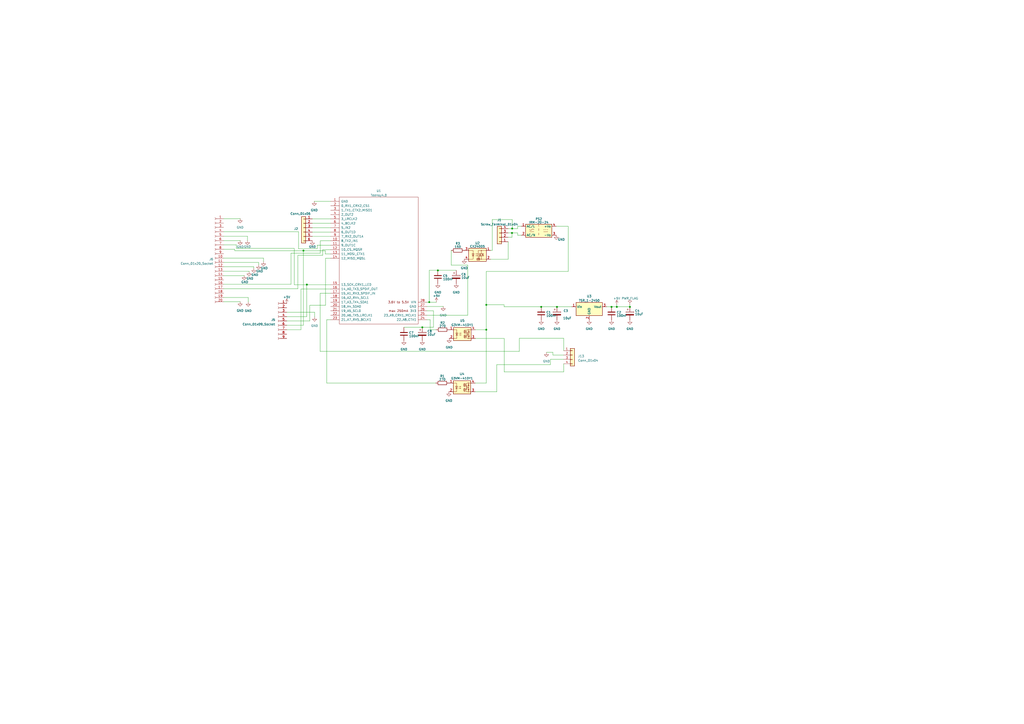
<source format=kicad_sch>
(kicad_sch (version 20230121) (generator eeschema)

  (uuid 8b810160-8417-405e-9d8c-ade5e43b809c)

  (paper "A2")

  (lib_symbols
    (symbol "Connector:Conn_01x09_Socket" (pin_names (offset 1.016) hide) (in_bom yes) (on_board yes)
      (property "Reference" "J" (at 0 12.7 0)
        (effects (font (size 1.27 1.27)))
      )
      (property "Value" "Conn_01x09_Socket" (at 0 -12.7 0)
        (effects (font (size 1.27 1.27)))
      )
      (property "Footprint" "" (at 0 0 0)
        (effects (font (size 1.27 1.27)) hide)
      )
      (property "Datasheet" "~" (at 0 0 0)
        (effects (font (size 1.27 1.27)) hide)
      )
      (property "ki_locked" "" (at 0 0 0)
        (effects (font (size 1.27 1.27)))
      )
      (property "ki_keywords" "connector" (at 0 0 0)
        (effects (font (size 1.27 1.27)) hide)
      )
      (property "ki_description" "Generic connector, single row, 01x09, script generated" (at 0 0 0)
        (effects (font (size 1.27 1.27)) hide)
      )
      (property "ki_fp_filters" "Connector*:*_1x??_*" (at 0 0 0)
        (effects (font (size 1.27 1.27)) hide)
      )
      (symbol "Conn_01x09_Socket_1_1"
        (arc (start 0 -9.652) (mid -0.5058 -10.16) (end 0 -10.668)
          (stroke (width 0.1524) (type default))
          (fill (type none))
        )
        (arc (start 0 -7.112) (mid -0.5058 -7.62) (end 0 -8.128)
          (stroke (width 0.1524) (type default))
          (fill (type none))
        )
        (arc (start 0 -4.572) (mid -0.5058 -5.08) (end 0 -5.588)
          (stroke (width 0.1524) (type default))
          (fill (type none))
        )
        (arc (start 0 -2.032) (mid -0.5058 -2.54) (end 0 -3.048)
          (stroke (width 0.1524) (type default))
          (fill (type none))
        )
        (polyline
          (pts
            (xy -1.27 -10.16)
            (xy -0.508 -10.16)
          )
          (stroke (width 0.1524) (type default))
          (fill (type none))
        )
        (polyline
          (pts
            (xy -1.27 -7.62)
            (xy -0.508 -7.62)
          )
          (stroke (width 0.1524) (type default))
          (fill (type none))
        )
        (polyline
          (pts
            (xy -1.27 -5.08)
            (xy -0.508 -5.08)
          )
          (stroke (width 0.1524) (type default))
          (fill (type none))
        )
        (polyline
          (pts
            (xy -1.27 -2.54)
            (xy -0.508 -2.54)
          )
          (stroke (width 0.1524) (type default))
          (fill (type none))
        )
        (polyline
          (pts
            (xy -1.27 0)
            (xy -0.508 0)
          )
          (stroke (width 0.1524) (type default))
          (fill (type none))
        )
        (polyline
          (pts
            (xy -1.27 2.54)
            (xy -0.508 2.54)
          )
          (stroke (width 0.1524) (type default))
          (fill (type none))
        )
        (polyline
          (pts
            (xy -1.27 5.08)
            (xy -0.508 5.08)
          )
          (stroke (width 0.1524) (type default))
          (fill (type none))
        )
        (polyline
          (pts
            (xy -1.27 7.62)
            (xy -0.508 7.62)
          )
          (stroke (width 0.1524) (type default))
          (fill (type none))
        )
        (polyline
          (pts
            (xy -1.27 10.16)
            (xy -0.508 10.16)
          )
          (stroke (width 0.1524) (type default))
          (fill (type none))
        )
        (arc (start 0 0.508) (mid -0.5058 0) (end 0 -0.508)
          (stroke (width 0.1524) (type default))
          (fill (type none))
        )
        (arc (start 0 3.048) (mid -0.5058 2.54) (end 0 2.032)
          (stroke (width 0.1524) (type default))
          (fill (type none))
        )
        (arc (start 0 5.588) (mid -0.5058 5.08) (end 0 4.572)
          (stroke (width 0.1524) (type default))
          (fill (type none))
        )
        (arc (start 0 8.128) (mid -0.5058 7.62) (end 0 7.112)
          (stroke (width 0.1524) (type default))
          (fill (type none))
        )
        (arc (start 0 10.668) (mid -0.5058 10.16) (end 0 9.652)
          (stroke (width 0.1524) (type default))
          (fill (type none))
        )
        (pin passive line (at -5.08 10.16 0) (length 3.81)
          (name "Pin_1" (effects (font (size 1.27 1.27))))
          (number "1" (effects (font (size 1.27 1.27))))
        )
        (pin passive line (at -5.08 7.62 0) (length 3.81)
          (name "Pin_2" (effects (font (size 1.27 1.27))))
          (number "2" (effects (font (size 1.27 1.27))))
        )
        (pin passive line (at -5.08 5.08 0) (length 3.81)
          (name "Pin_3" (effects (font (size 1.27 1.27))))
          (number "3" (effects (font (size 1.27 1.27))))
        )
        (pin passive line (at -5.08 2.54 0) (length 3.81)
          (name "Pin_4" (effects (font (size 1.27 1.27))))
          (number "4" (effects (font (size 1.27 1.27))))
        )
        (pin passive line (at -5.08 0 0) (length 3.81)
          (name "Pin_5" (effects (font (size 1.27 1.27))))
          (number "5" (effects (font (size 1.27 1.27))))
        )
        (pin passive line (at -5.08 -2.54 0) (length 3.81)
          (name "Pin_6" (effects (font (size 1.27 1.27))))
          (number "6" (effects (font (size 1.27 1.27))))
        )
        (pin passive line (at -5.08 -5.08 0) (length 3.81)
          (name "Pin_7" (effects (font (size 1.27 1.27))))
          (number "7" (effects (font (size 1.27 1.27))))
        )
        (pin passive line (at -5.08 -7.62 0) (length 3.81)
          (name "Pin_8" (effects (font (size 1.27 1.27))))
          (number "8" (effects (font (size 1.27 1.27))))
        )
        (pin passive line (at -5.08 -10.16 0) (length 3.81)
          (name "Pin_9" (effects (font (size 1.27 1.27))))
          (number "9" (effects (font (size 1.27 1.27))))
        )
      )
    )
    (symbol "Connector:Conn_01x20_Socket" (pin_names (offset 1.016) hide) (in_bom yes) (on_board yes)
      (property "Reference" "J" (at 0 25.4 0)
        (effects (font (size 1.27 1.27)))
      )
      (property "Value" "Conn_01x20_Socket" (at 0 -27.94 0)
        (effects (font (size 1.27 1.27)))
      )
      (property "Footprint" "" (at 0 0 0)
        (effects (font (size 1.27 1.27)) hide)
      )
      (property "Datasheet" "~" (at 0 0 0)
        (effects (font (size 1.27 1.27)) hide)
      )
      (property "ki_locked" "" (at 0 0 0)
        (effects (font (size 1.27 1.27)))
      )
      (property "ki_keywords" "connector" (at 0 0 0)
        (effects (font (size 1.27 1.27)) hide)
      )
      (property "ki_description" "Generic connector, single row, 01x20, script generated" (at 0 0 0)
        (effects (font (size 1.27 1.27)) hide)
      )
      (property "ki_fp_filters" "Connector*:*_1x??_*" (at 0 0 0)
        (effects (font (size 1.27 1.27)) hide)
      )
      (symbol "Conn_01x20_Socket_1_1"
        (arc (start 0 -24.892) (mid -0.5058 -25.4) (end 0 -25.908)
          (stroke (width 0.1524) (type default))
          (fill (type none))
        )
        (arc (start 0 -22.352) (mid -0.5058 -22.86) (end 0 -23.368)
          (stroke (width 0.1524) (type default))
          (fill (type none))
        )
        (arc (start 0 -19.812) (mid -0.5058 -20.32) (end 0 -20.828)
          (stroke (width 0.1524) (type default))
          (fill (type none))
        )
        (arc (start 0 -17.272) (mid -0.5058 -17.78) (end 0 -18.288)
          (stroke (width 0.1524) (type default))
          (fill (type none))
        )
        (arc (start 0 -14.732) (mid -0.5058 -15.24) (end 0 -15.748)
          (stroke (width 0.1524) (type default))
          (fill (type none))
        )
        (arc (start 0 -12.192) (mid -0.5058 -12.7) (end 0 -13.208)
          (stroke (width 0.1524) (type default))
          (fill (type none))
        )
        (arc (start 0 -9.652) (mid -0.5058 -10.16) (end 0 -10.668)
          (stroke (width 0.1524) (type default))
          (fill (type none))
        )
        (arc (start 0 -7.112) (mid -0.5058 -7.62) (end 0 -8.128)
          (stroke (width 0.1524) (type default))
          (fill (type none))
        )
        (arc (start 0 -4.572) (mid -0.5058 -5.08) (end 0 -5.588)
          (stroke (width 0.1524) (type default))
          (fill (type none))
        )
        (arc (start 0 -2.032) (mid -0.5058 -2.54) (end 0 -3.048)
          (stroke (width 0.1524) (type default))
          (fill (type none))
        )
        (polyline
          (pts
            (xy -1.27 -25.4)
            (xy -0.508 -25.4)
          )
          (stroke (width 0.1524) (type default))
          (fill (type none))
        )
        (polyline
          (pts
            (xy -1.27 -22.86)
            (xy -0.508 -22.86)
          )
          (stroke (width 0.1524) (type default))
          (fill (type none))
        )
        (polyline
          (pts
            (xy -1.27 -20.32)
            (xy -0.508 -20.32)
          )
          (stroke (width 0.1524) (type default))
          (fill (type none))
        )
        (polyline
          (pts
            (xy -1.27 -17.78)
            (xy -0.508 -17.78)
          )
          (stroke (width 0.1524) (type default))
          (fill (type none))
        )
        (polyline
          (pts
            (xy -1.27 -15.24)
            (xy -0.508 -15.24)
          )
          (stroke (width 0.1524) (type default))
          (fill (type none))
        )
        (polyline
          (pts
            (xy -1.27 -12.7)
            (xy -0.508 -12.7)
          )
          (stroke (width 0.1524) (type default))
          (fill (type none))
        )
        (polyline
          (pts
            (xy -1.27 -10.16)
            (xy -0.508 -10.16)
          )
          (stroke (width 0.1524) (type default))
          (fill (type none))
        )
        (polyline
          (pts
            (xy -1.27 -7.62)
            (xy -0.508 -7.62)
          )
          (stroke (width 0.1524) (type default))
          (fill (type none))
        )
        (polyline
          (pts
            (xy -1.27 -5.08)
            (xy -0.508 -5.08)
          )
          (stroke (width 0.1524) (type default))
          (fill (type none))
        )
        (polyline
          (pts
            (xy -1.27 -2.54)
            (xy -0.508 -2.54)
          )
          (stroke (width 0.1524) (type default))
          (fill (type none))
        )
        (polyline
          (pts
            (xy -1.27 0)
            (xy -0.508 0)
          )
          (stroke (width 0.1524) (type default))
          (fill (type none))
        )
        (polyline
          (pts
            (xy -1.27 2.54)
            (xy -0.508 2.54)
          )
          (stroke (width 0.1524) (type default))
          (fill (type none))
        )
        (polyline
          (pts
            (xy -1.27 5.08)
            (xy -0.508 5.08)
          )
          (stroke (width 0.1524) (type default))
          (fill (type none))
        )
        (polyline
          (pts
            (xy -1.27 7.62)
            (xy -0.508 7.62)
          )
          (stroke (width 0.1524) (type default))
          (fill (type none))
        )
        (polyline
          (pts
            (xy -1.27 10.16)
            (xy -0.508 10.16)
          )
          (stroke (width 0.1524) (type default))
          (fill (type none))
        )
        (polyline
          (pts
            (xy -1.27 12.7)
            (xy -0.508 12.7)
          )
          (stroke (width 0.1524) (type default))
          (fill (type none))
        )
        (polyline
          (pts
            (xy -1.27 15.24)
            (xy -0.508 15.24)
          )
          (stroke (width 0.1524) (type default))
          (fill (type none))
        )
        (polyline
          (pts
            (xy -1.27 17.78)
            (xy -0.508 17.78)
          )
          (stroke (width 0.1524) (type default))
          (fill (type none))
        )
        (polyline
          (pts
            (xy -1.27 20.32)
            (xy -0.508 20.32)
          )
          (stroke (width 0.1524) (type default))
          (fill (type none))
        )
        (polyline
          (pts
            (xy -1.27 22.86)
            (xy -0.508 22.86)
          )
          (stroke (width 0.1524) (type default))
          (fill (type none))
        )
        (arc (start 0 0.508) (mid -0.5058 0) (end 0 -0.508)
          (stroke (width 0.1524) (type default))
          (fill (type none))
        )
        (arc (start 0 3.048) (mid -0.5058 2.54) (end 0 2.032)
          (stroke (width 0.1524) (type default))
          (fill (type none))
        )
        (arc (start 0 5.588) (mid -0.5058 5.08) (end 0 4.572)
          (stroke (width 0.1524) (type default))
          (fill (type none))
        )
        (arc (start 0 8.128) (mid -0.5058 7.62) (end 0 7.112)
          (stroke (width 0.1524) (type default))
          (fill (type none))
        )
        (arc (start 0 10.668) (mid -0.5058 10.16) (end 0 9.652)
          (stroke (width 0.1524) (type default))
          (fill (type none))
        )
        (arc (start 0 13.208) (mid -0.5058 12.7) (end 0 12.192)
          (stroke (width 0.1524) (type default))
          (fill (type none))
        )
        (arc (start 0 15.748) (mid -0.5058 15.24) (end 0 14.732)
          (stroke (width 0.1524) (type default))
          (fill (type none))
        )
        (arc (start 0 18.288) (mid -0.5058 17.78) (end 0 17.272)
          (stroke (width 0.1524) (type default))
          (fill (type none))
        )
        (arc (start 0 20.828) (mid -0.5058 20.32) (end 0 19.812)
          (stroke (width 0.1524) (type default))
          (fill (type none))
        )
        (arc (start 0 23.368) (mid -0.5058 22.86) (end 0 22.352)
          (stroke (width 0.1524) (type default))
          (fill (type none))
        )
        (pin passive line (at -5.08 22.86 0) (length 3.81)
          (name "Pin_1" (effects (font (size 1.27 1.27))))
          (number "1" (effects (font (size 1.27 1.27))))
        )
        (pin passive line (at -5.08 0 0) (length 3.81)
          (name "Pin_10" (effects (font (size 1.27 1.27))))
          (number "10" (effects (font (size 1.27 1.27))))
        )
        (pin passive line (at -5.08 -2.54 0) (length 3.81)
          (name "Pin_11" (effects (font (size 1.27 1.27))))
          (number "11" (effects (font (size 1.27 1.27))))
        )
        (pin passive line (at -5.08 -5.08 0) (length 3.81)
          (name "Pin_12" (effects (font (size 1.27 1.27))))
          (number "12" (effects (font (size 1.27 1.27))))
        )
        (pin passive line (at -5.08 -7.62 0) (length 3.81)
          (name "Pin_13" (effects (font (size 1.27 1.27))))
          (number "13" (effects (font (size 1.27 1.27))))
        )
        (pin passive line (at -5.08 -10.16 0) (length 3.81)
          (name "Pin_14" (effects (font (size 1.27 1.27))))
          (number "14" (effects (font (size 1.27 1.27))))
        )
        (pin passive line (at -5.08 -12.7 0) (length 3.81)
          (name "Pin_15" (effects (font (size 1.27 1.27))))
          (number "15" (effects (font (size 1.27 1.27))))
        )
        (pin passive line (at -5.08 -15.24 0) (length 3.81)
          (name "Pin_16" (effects (font (size 1.27 1.27))))
          (number "16" (effects (font (size 1.27 1.27))))
        )
        (pin passive line (at -5.08 -17.78 0) (length 3.81)
          (name "Pin_17" (effects (font (size 1.27 1.27))))
          (number "17" (effects (font (size 1.27 1.27))))
        )
        (pin passive line (at -5.08 -20.32 0) (length 3.81)
          (name "Pin_18" (effects (font (size 1.27 1.27))))
          (number "18" (effects (font (size 1.27 1.27))))
        )
        (pin passive line (at -5.08 -22.86 0) (length 3.81)
          (name "Pin_19" (effects (font (size 1.27 1.27))))
          (number "19" (effects (font (size 1.27 1.27))))
        )
        (pin passive line (at -5.08 20.32 0) (length 3.81)
          (name "Pin_2" (effects (font (size 1.27 1.27))))
          (number "2" (effects (font (size 1.27 1.27))))
        )
        (pin passive line (at -5.08 -25.4 0) (length 3.81)
          (name "Pin_20" (effects (font (size 1.27 1.27))))
          (number "20" (effects (font (size 1.27 1.27))))
        )
        (pin passive line (at -5.08 17.78 0) (length 3.81)
          (name "Pin_3" (effects (font (size 1.27 1.27))))
          (number "3" (effects (font (size 1.27 1.27))))
        )
        (pin passive line (at -5.08 15.24 0) (length 3.81)
          (name "Pin_4" (effects (font (size 1.27 1.27))))
          (number "4" (effects (font (size 1.27 1.27))))
        )
        (pin passive line (at -5.08 12.7 0) (length 3.81)
          (name "Pin_5" (effects (font (size 1.27 1.27))))
          (number "5" (effects (font (size 1.27 1.27))))
        )
        (pin passive line (at -5.08 10.16 0) (length 3.81)
          (name "Pin_6" (effects (font (size 1.27 1.27))))
          (number "6" (effects (font (size 1.27 1.27))))
        )
        (pin passive line (at -5.08 7.62 0) (length 3.81)
          (name "Pin_7" (effects (font (size 1.27 1.27))))
          (number "7" (effects (font (size 1.27 1.27))))
        )
        (pin passive line (at -5.08 5.08 0) (length 3.81)
          (name "Pin_8" (effects (font (size 1.27 1.27))))
          (number "8" (effects (font (size 1.27 1.27))))
        )
        (pin passive line (at -5.08 2.54 0) (length 3.81)
          (name "Pin_9" (effects (font (size 1.27 1.27))))
          (number "9" (effects (font (size 1.27 1.27))))
        )
      )
    )
    (symbol "Connector_Generic:Conn_01x04" (pin_names (offset 1.016) hide) (in_bom yes) (on_board yes)
      (property "Reference" "J" (at 0 5.08 0)
        (effects (font (size 1.27 1.27)))
      )
      (property "Value" "Conn_01x04" (at 0 -7.62 0)
        (effects (font (size 1.27 1.27)))
      )
      (property "Footprint" "" (at 0 0 0)
        (effects (font (size 1.27 1.27)) hide)
      )
      (property "Datasheet" "~" (at 0 0 0)
        (effects (font (size 1.27 1.27)) hide)
      )
      (property "ki_keywords" "connector" (at 0 0 0)
        (effects (font (size 1.27 1.27)) hide)
      )
      (property "ki_description" "Generic connector, single row, 01x04, script generated (kicad-library-utils/schlib/autogen/connector/)" (at 0 0 0)
        (effects (font (size 1.27 1.27)) hide)
      )
      (property "ki_fp_filters" "Connector*:*_1x??_*" (at 0 0 0)
        (effects (font (size 1.27 1.27)) hide)
      )
      (symbol "Conn_01x04_1_1"
        (rectangle (start -1.27 -4.953) (end 0 -5.207)
          (stroke (width 0.1524) (type default))
          (fill (type none))
        )
        (rectangle (start -1.27 -2.413) (end 0 -2.667)
          (stroke (width 0.1524) (type default))
          (fill (type none))
        )
        (rectangle (start -1.27 0.127) (end 0 -0.127)
          (stroke (width 0.1524) (type default))
          (fill (type none))
        )
        (rectangle (start -1.27 2.667) (end 0 2.413)
          (stroke (width 0.1524) (type default))
          (fill (type none))
        )
        (rectangle (start -1.27 3.81) (end 1.27 -6.35)
          (stroke (width 0.254) (type default))
          (fill (type background))
        )
        (pin passive line (at -5.08 2.54 0) (length 3.81)
          (name "Pin_1" (effects (font (size 1.27 1.27))))
          (number "1" (effects (font (size 1.27 1.27))))
        )
        (pin passive line (at -5.08 0 0) (length 3.81)
          (name "Pin_2" (effects (font (size 1.27 1.27))))
          (number "2" (effects (font (size 1.27 1.27))))
        )
        (pin passive line (at -5.08 -2.54 0) (length 3.81)
          (name "Pin_3" (effects (font (size 1.27 1.27))))
          (number "3" (effects (font (size 1.27 1.27))))
        )
        (pin passive line (at -5.08 -5.08 0) (length 3.81)
          (name "Pin_4" (effects (font (size 1.27 1.27))))
          (number "4" (effects (font (size 1.27 1.27))))
        )
      )
    )
    (symbol "Connector_Generic:Conn_01x06" (pin_names (offset 1.016) hide) (in_bom yes) (on_board yes)
      (property "Reference" "J" (at 0 7.62 0)
        (effects (font (size 1.27 1.27)))
      )
      (property "Value" "Conn_01x06" (at 0 -10.16 0)
        (effects (font (size 1.27 1.27)))
      )
      (property "Footprint" "" (at 0 0 0)
        (effects (font (size 1.27 1.27)) hide)
      )
      (property "Datasheet" "~" (at 0 0 0)
        (effects (font (size 1.27 1.27)) hide)
      )
      (property "ki_keywords" "connector" (at 0 0 0)
        (effects (font (size 1.27 1.27)) hide)
      )
      (property "ki_description" "Generic connector, single row, 01x06, script generated (kicad-library-utils/schlib/autogen/connector/)" (at 0 0 0)
        (effects (font (size 1.27 1.27)) hide)
      )
      (property "ki_fp_filters" "Connector*:*_1x??_*" (at 0 0 0)
        (effects (font (size 1.27 1.27)) hide)
      )
      (symbol "Conn_01x06_1_1"
        (rectangle (start -1.27 -7.493) (end 0 -7.747)
          (stroke (width 0.1524) (type default))
          (fill (type none))
        )
        (rectangle (start -1.27 -4.953) (end 0 -5.207)
          (stroke (width 0.1524) (type default))
          (fill (type none))
        )
        (rectangle (start -1.27 -2.413) (end 0 -2.667)
          (stroke (width 0.1524) (type default))
          (fill (type none))
        )
        (rectangle (start -1.27 0.127) (end 0 -0.127)
          (stroke (width 0.1524) (type default))
          (fill (type none))
        )
        (rectangle (start -1.27 2.667) (end 0 2.413)
          (stroke (width 0.1524) (type default))
          (fill (type none))
        )
        (rectangle (start -1.27 5.207) (end 0 4.953)
          (stroke (width 0.1524) (type default))
          (fill (type none))
        )
        (rectangle (start -1.27 6.35) (end 1.27 -8.89)
          (stroke (width 0.254) (type default))
          (fill (type background))
        )
        (pin passive line (at -5.08 5.08 0) (length 3.81)
          (name "Pin_1" (effects (font (size 1.27 1.27))))
          (number "1" (effects (font (size 1.27 1.27))))
        )
        (pin passive line (at -5.08 2.54 0) (length 3.81)
          (name "Pin_2" (effects (font (size 1.27 1.27))))
          (number "2" (effects (font (size 1.27 1.27))))
        )
        (pin passive line (at -5.08 0 0) (length 3.81)
          (name "Pin_3" (effects (font (size 1.27 1.27))))
          (number "3" (effects (font (size 1.27 1.27))))
        )
        (pin passive line (at -5.08 -2.54 0) (length 3.81)
          (name "Pin_4" (effects (font (size 1.27 1.27))))
          (number "4" (effects (font (size 1.27 1.27))))
        )
        (pin passive line (at -5.08 -5.08 0) (length 3.81)
          (name "Pin_5" (effects (font (size 1.27 1.27))))
          (number "5" (effects (font (size 1.27 1.27))))
        )
        (pin passive line (at -5.08 -7.62 0) (length 3.81)
          (name "Pin_6" (effects (font (size 1.27 1.27))))
          (number "6" (effects (font (size 1.27 1.27))))
        )
      )
    )
    (symbol "Converter_ACDC:IRM-20-24" (in_bom yes) (on_board yes)
      (property "Reference" "PS" (at 0 5.08 0)
        (effects (font (size 1.27 1.27)))
      )
      (property "Value" "IRM-20-24" (at 0 -5.08 0)
        (effects (font (size 1.27 1.27)))
      )
      (property "Footprint" "Converter_ACDC:Converter_ACDC_MeanWell_IRM-20-xx_THT" (at 0 -7.62 0)
        (effects (font (size 1.27 1.27)) hide)
      )
      (property "Datasheet" "http://www.meanwell.com/Upload/PDF/IRM-20/IRM-20-SPEC.PDF" (at 10.16 -8.89 0)
        (effects (font (size 1.27 1.27)) hide)
      )
      (property "ki_keywords" "Miniature Module-type Power Supply MeanWell" (at 0 0 0)
        (effects (font (size 1.27 1.27)) hide)
      )
      (property "ki_description" "24V, 900mA, 21.6W, Isolated, AC-DC, 219A(IRM20)" (at 0 0 0)
        (effects (font (size 1.27 1.27)) hide)
      )
      (property "ki_fp_filters" "Converter*ACDC*MeanWell*IRM*20*THT*" (at 0 0 0)
        (effects (font (size 1.27 1.27)) hide)
      )
      (symbol "IRM-20-24_0_1"
        (rectangle (start -7.62 3.81) (end 7.62 -3.81)
          (stroke (width 0.254) (type default))
          (fill (type background))
        )
        (arc (start -5.334 0.635) (mid -4.699 0.2495) (end -4.064 0.635)
          (stroke (width 0) (type default))
          (fill (type none))
        )
        (arc (start -2.794 0.635) (mid -3.429 1.0072) (end -4.064 0.635)
          (stroke (width 0) (type default))
          (fill (type none))
        )
        (polyline
          (pts
            (xy -5.334 -0.635)
            (xy -2.794 -0.635)
          )
          (stroke (width 0) (type default))
          (fill (type none))
        )
        (polyline
          (pts
            (xy 0 -1.27)
            (xy 0 -2.54)
          )
          (stroke (width 0) (type default))
          (fill (type none))
        )
        (polyline
          (pts
            (xy 0 1.27)
            (xy 0 0)
          )
          (stroke (width 0) (type default))
          (fill (type none))
        )
        (polyline
          (pts
            (xy 0 3.81)
            (xy 0 2.54)
          )
          (stroke (width 0) (type default))
          (fill (type none))
        )
        (polyline
          (pts
            (xy 2.794 -0.635)
            (xy 5.334 -0.635)
          )
          (stroke (width 0) (type default))
          (fill (type none))
        )
        (polyline
          (pts
            (xy 2.794 0.635)
            (xy 3.302 0.635)
          )
          (stroke (width 0) (type default))
          (fill (type none))
        )
        (polyline
          (pts
            (xy 3.81 0.635)
            (xy 4.318 0.635)
          )
          (stroke (width 0) (type default))
          (fill (type none))
        )
        (polyline
          (pts
            (xy 4.826 0.635)
            (xy 5.334 0.635)
          )
          (stroke (width 0) (type default))
          (fill (type none))
        )
      )
      (symbol "IRM-20-24_1_1"
        (pin power_in line (at -10.16 2.54 0) (length 2.54)
          (name "AC/L" (effects (font (size 1.27 1.27))))
          (number "1" (effects (font (size 1.27 1.27))))
        )
        (pin power_in line (at -10.16 -2.54 0) (length 2.54)
          (name "AC/N" (effects (font (size 1.27 1.27))))
          (number "2" (effects (font (size 1.27 1.27))))
        )
        (pin power_out line (at 10.16 -2.54 180) (length 2.54)
          (name "-Vo" (effects (font (size 1.27 1.27))))
          (number "3" (effects (font (size 1.27 1.27))))
        )
        (pin power_out line (at 10.16 2.54 180) (length 2.54)
          (name "+Vo" (effects (font (size 1.27 1.27))))
          (number "4" (effects (font (size 1.27 1.27))))
        )
      )
    )
    (symbol "Device:C" (pin_numbers hide) (pin_names (offset 0.254)) (in_bom yes) (on_board yes)
      (property "Reference" "C" (at 0.635 2.54 0)
        (effects (font (size 1.27 1.27)) (justify left))
      )
      (property "Value" "C" (at 0.635 -2.54 0)
        (effects (font (size 1.27 1.27)) (justify left))
      )
      (property "Footprint" "" (at 0.9652 -3.81 0)
        (effects (font (size 1.27 1.27)) hide)
      )
      (property "Datasheet" "~" (at 0 0 0)
        (effects (font (size 1.27 1.27)) hide)
      )
      (property "ki_keywords" "cap capacitor" (at 0 0 0)
        (effects (font (size 1.27 1.27)) hide)
      )
      (property "ki_description" "Unpolarized capacitor" (at 0 0 0)
        (effects (font (size 1.27 1.27)) hide)
      )
      (property "ki_fp_filters" "C_*" (at 0 0 0)
        (effects (font (size 1.27 1.27)) hide)
      )
      (symbol "C_0_1"
        (polyline
          (pts
            (xy -2.032 -0.762)
            (xy 2.032 -0.762)
          )
          (stroke (width 0.508) (type default))
          (fill (type none))
        )
        (polyline
          (pts
            (xy -2.032 0.762)
            (xy 2.032 0.762)
          )
          (stroke (width 0.508) (type default))
          (fill (type none))
        )
      )
      (symbol "C_1_1"
        (pin passive line (at 0 3.81 270) (length 2.794)
          (name "~" (effects (font (size 1.27 1.27))))
          (number "1" (effects (font (size 1.27 1.27))))
        )
        (pin passive line (at 0 -3.81 90) (length 2.794)
          (name "~" (effects (font (size 1.27 1.27))))
          (number "2" (effects (font (size 1.27 1.27))))
        )
      )
    )
    (symbol "Device:C_Polarized" (pin_numbers hide) (pin_names (offset 0.254)) (in_bom yes) (on_board yes)
      (property "Reference" "C" (at 0.635 2.54 0)
        (effects (font (size 1.27 1.27)) (justify left))
      )
      (property "Value" "C_Polarized" (at 0.635 -2.54 0)
        (effects (font (size 1.27 1.27)) (justify left))
      )
      (property "Footprint" "" (at 0.9652 -3.81 0)
        (effects (font (size 1.27 1.27)) hide)
      )
      (property "Datasheet" "~" (at 0 0 0)
        (effects (font (size 1.27 1.27)) hide)
      )
      (property "ki_keywords" "cap capacitor" (at 0 0 0)
        (effects (font (size 1.27 1.27)) hide)
      )
      (property "ki_description" "Polarized capacitor" (at 0 0 0)
        (effects (font (size 1.27 1.27)) hide)
      )
      (property "ki_fp_filters" "CP_*" (at 0 0 0)
        (effects (font (size 1.27 1.27)) hide)
      )
      (symbol "C_Polarized_0_1"
        (rectangle (start -2.286 0.508) (end 2.286 1.016)
          (stroke (width 0) (type default))
          (fill (type none))
        )
        (polyline
          (pts
            (xy -1.778 2.286)
            (xy -0.762 2.286)
          )
          (stroke (width 0) (type default))
          (fill (type none))
        )
        (polyline
          (pts
            (xy -1.27 2.794)
            (xy -1.27 1.778)
          )
          (stroke (width 0) (type default))
          (fill (type none))
        )
        (rectangle (start 2.286 -0.508) (end -2.286 -1.016)
          (stroke (width 0) (type default))
          (fill (type outline))
        )
      )
      (symbol "C_Polarized_1_1"
        (pin passive line (at 0 3.81 270) (length 2.794)
          (name "~" (effects (font (size 1.27 1.27))))
          (number "1" (effects (font (size 1.27 1.27))))
        )
        (pin passive line (at 0 -3.81 90) (length 2.794)
          (name "~" (effects (font (size 1.27 1.27))))
          (number "2" (effects (font (size 1.27 1.27))))
        )
      )
    )
    (symbol "Device:R" (pin_numbers hide) (pin_names (offset 0)) (in_bom yes) (on_board yes)
      (property "Reference" "R" (at 2.032 0 90)
        (effects (font (size 1.27 1.27)))
      )
      (property "Value" "R" (at 0 0 90)
        (effects (font (size 1.27 1.27)))
      )
      (property "Footprint" "" (at -1.778 0 90)
        (effects (font (size 1.27 1.27)) hide)
      )
      (property "Datasheet" "~" (at 0 0 0)
        (effects (font (size 1.27 1.27)) hide)
      )
      (property "ki_keywords" "R res resistor" (at 0 0 0)
        (effects (font (size 1.27 1.27)) hide)
      )
      (property "ki_description" "Resistor" (at 0 0 0)
        (effects (font (size 1.27 1.27)) hide)
      )
      (property "ki_fp_filters" "R_*" (at 0 0 0)
        (effects (font (size 1.27 1.27)) hide)
      )
      (symbol "R_0_1"
        (rectangle (start -1.016 -2.54) (end 1.016 2.54)
          (stroke (width 0.254) (type default))
          (fill (type none))
        )
      )
      (symbol "R_1_1"
        (pin passive line (at 0 3.81 270) (length 1.27)
          (name "~" (effects (font (size 1.27 1.27))))
          (number "1" (effects (font (size 1.27 1.27))))
        )
        (pin passive line (at 0 -3.81 90) (length 1.27)
          (name "~" (effects (font (size 1.27 1.27))))
          (number "2" (effects (font (size 1.27 1.27))))
        )
      )
    )
    (symbol "Regulator_Switching:TSR_1-2450" (in_bom yes) (on_board yes)
      (property "Reference" "U" (at -7.62 6.35 0)
        (effects (font (size 1.27 1.27)) (justify left))
      )
      (property "Value" "TSR_1-2450" (at -1.27 6.35 0)
        (effects (font (size 1.27 1.27)) (justify left))
      )
      (property "Footprint" "Converter_DCDC:Converter_DCDC_TRACO_TSR-1_THT" (at 0 -3.81 0)
        (effects (font (size 1.27 1.27) italic) (justify left) hide)
      )
      (property "Datasheet" "http://www.tracopower.com/products/tsr1.pdf" (at 0 0 0)
        (effects (font (size 1.27 1.27)) hide)
      )
      (property "ki_keywords" "dc-dc traco buck" (at 0 0 0)
        (effects (font (size 1.27 1.27)) hide)
      )
      (property "ki_description" "1A step-down regulator module, fixed 5V output voltage, 5-36V input voltage, -40°C to +85°C temperature range, TO-220 compatible LM78xx replacement" (at 0 0 0)
        (effects (font (size 1.27 1.27)) hide)
      )
      (property "ki_fp_filters" "Converter*DCDC*TRACO*TSR?1*" (at 0 0 0)
        (effects (font (size 1.27 1.27)) hide)
      )
      (symbol "TSR_1-2450_0_1"
        (rectangle (start -7.62 5.08) (end 7.62 -2.54)
          (stroke (width 0.254) (type default))
          (fill (type background))
        )
      )
      (symbol "TSR_1-2450_1_1"
        (pin power_in line (at -10.16 2.54 0) (length 2.54)
          (name "Vin" (effects (font (size 1.27 1.27))))
          (number "1" (effects (font (size 1.27 1.27))))
        )
        (pin power_in line (at 0 -5.08 90) (length 2.54)
          (name "GND" (effects (font (size 1.27 1.27))))
          (number "2" (effects (font (size 1.27 1.27))))
        )
        (pin power_out line (at 10.16 2.54 180) (length 2.54)
          (name "Vout" (effects (font (size 1.27 1.27))))
          (number "3" (effects (font (size 1.27 1.27))))
        )
      )
    )
    (symbol "Relay_SolidState:ASSR-1218" (in_bom yes) (on_board yes)
      (property "Reference" "U" (at -5.08 5.08 0)
        (effects (font (size 1.27 1.27)) (justify left))
      )
      (property "Value" "ASSR-1218" (at 0 5.08 0)
        (effects (font (size 1.27 1.27)) (justify left))
      )
      (property "Footprint" "Package_SO:SO-4_4.4x4.3mm_P2.54mm" (at -5.08 -5.08 0)
        (effects (font (size 1.27 1.27) italic) (justify left) hide)
      )
      (property "Datasheet" "https://docs.broadcom.com/docs/AV02-0173EN" (at 0 0 0)
        (effects (font (size 1.27 1.27)) (justify left) hide)
      )
      (property "ki_keywords" "MOSFET Output Photorelay 1-Form-A" (at 0 0 0)
        (effects (font (size 1.27 1.27)) hide)
      )
      (property "ki_description" "Form A, Solid State Relay (Photo MOSFET) 60V, 0.2A, 10Ohm, SO-4" (at 0 0 0)
        (effects (font (size 1.27 1.27)) hide)
      )
      (property "ki_fp_filters" "SO*4.4x4.3mm*P2.54mm*" (at 0 0 0)
        (effects (font (size 1.27 1.27)) hide)
      )
      (symbol "ASSR-1218_0_1"
        (rectangle (start -5.08 3.81) (end 5.08 -3.81)
          (stroke (width 0.254) (type default))
          (fill (type background))
        )
        (polyline
          (pts
            (xy -3.81 -0.635)
            (xy -2.54 -0.635)
          )
          (stroke (width 0) (type default))
          (fill (type none))
        )
        (polyline
          (pts
            (xy 1.016 -0.635)
            (xy 1.016 -2.159)
          )
          (stroke (width 0.2032) (type default))
          (fill (type none))
        )
        (polyline
          (pts
            (xy 1.016 2.159)
            (xy 1.016 0.635)
          )
          (stroke (width 0.2032) (type default))
          (fill (type none))
        )
        (polyline
          (pts
            (xy 1.524 -0.508)
            (xy 1.524 -0.762)
          )
          (stroke (width 0.3556) (type default))
          (fill (type none))
        )
        (polyline
          (pts
            (xy 2.794 0)
            (xy 3.81 0)
          )
          (stroke (width 0) (type default))
          (fill (type none))
        )
        (polyline
          (pts
            (xy 3.429 -1.651)
            (xy 4.191 -1.651)
          )
          (stroke (width 0) (type default))
          (fill (type none))
        )
        (polyline
          (pts
            (xy 3.429 1.651)
            (xy 4.191 1.651)
          )
          (stroke (width 0) (type default))
          (fill (type none))
        )
        (polyline
          (pts
            (xy 3.81 -2.54)
            (xy 3.81 2.54)
          )
          (stroke (width 0) (type default))
          (fill (type none))
        )
        (polyline
          (pts
            (xy 1.524 -2.032)
            (xy 1.524 -2.286)
            (xy 1.524 -2.286)
          )
          (stroke (width 0.3556) (type default))
          (fill (type none))
        )
        (polyline
          (pts
            (xy 1.524 -1.27)
            (xy 1.524 -1.524)
            (xy 1.524 -1.524)
          )
          (stroke (width 0.3556) (type default))
          (fill (type none))
        )
        (polyline
          (pts
            (xy 1.524 0.762)
            (xy 1.524 0.508)
            (xy 1.524 0.508)
          )
          (stroke (width 0.3556) (type default))
          (fill (type none))
        )
        (polyline
          (pts
            (xy 1.524 1.524)
            (xy 1.524 1.27)
            (xy 1.524 1.27)
          )
          (stroke (width 0.3556) (type default))
          (fill (type none))
        )
        (polyline
          (pts
            (xy 1.524 2.286)
            (xy 1.524 2.032)
            (xy 1.524 2.032)
          )
          (stroke (width 0.3556) (type default))
          (fill (type none))
        )
        (polyline
          (pts
            (xy 1.651 -1.397)
            (xy 2.794 -1.397)
            (xy 2.794 -0.635)
          )
          (stroke (width 0) (type default))
          (fill (type none))
        )
        (polyline
          (pts
            (xy 1.651 1.397)
            (xy 2.794 1.397)
            (xy 2.794 0.635)
          )
          (stroke (width 0) (type default))
          (fill (type none))
        )
        (polyline
          (pts
            (xy -5.08 2.54)
            (xy -3.175 2.54)
            (xy -3.175 -2.54)
            (xy -5.08 -2.54)
          )
          (stroke (width 0) (type default))
          (fill (type none))
        )
        (polyline
          (pts
            (xy -3.175 -0.635)
            (xy -3.81 0.635)
            (xy -2.54 0.635)
            (xy -3.175 -0.635)
          )
          (stroke (width 0) (type default))
          (fill (type none))
        )
        (polyline
          (pts
            (xy 1.651 -2.159)
            (xy 2.794 -2.159)
            (xy 2.794 -2.54)
            (xy 5.08 -2.54)
          )
          (stroke (width 0) (type default))
          (fill (type none))
        )
        (polyline
          (pts
            (xy 1.651 -0.635)
            (xy 2.794 -0.635)
            (xy 2.794 0.635)
            (xy 1.651 0.635)
          )
          (stroke (width 0) (type default))
          (fill (type none))
        )
        (polyline
          (pts
            (xy 1.651 2.159)
            (xy 2.794 2.159)
            (xy 2.794 2.54)
            (xy 5.08 2.54)
          )
          (stroke (width 0) (type default))
          (fill (type none))
        )
        (polyline
          (pts
            (xy 1.778 -1.397)
            (xy 2.286 -1.27)
            (xy 2.286 -1.524)
            (xy 1.778 -1.397)
          )
          (stroke (width 0) (type default))
          (fill (type none))
        )
        (polyline
          (pts
            (xy 1.778 1.397)
            (xy 2.286 1.524)
            (xy 2.286 1.27)
            (xy 1.778 1.397)
          )
          (stroke (width 0) (type default))
          (fill (type none))
        )
        (polyline
          (pts
            (xy 3.81 -1.651)
            (xy 3.429 -0.889)
            (xy 4.191 -0.889)
            (xy 3.81 -1.651)
          )
          (stroke (width 0) (type default))
          (fill (type none))
        )
        (polyline
          (pts
            (xy 3.81 1.651)
            (xy 3.429 0.889)
            (xy 4.191 0.889)
            (xy 3.81 1.651)
          )
          (stroke (width 0) (type default))
          (fill (type none))
        )
        (polyline
          (pts
            (xy -1.905 -0.508)
            (xy -0.635 -0.508)
            (xy -1.016 -0.635)
            (xy -1.016 -0.381)
            (xy -0.635 -0.508)
          )
          (stroke (width 0) (type default))
          (fill (type none))
        )
        (polyline
          (pts
            (xy -1.905 0.508)
            (xy -0.635 0.508)
            (xy -1.016 0.381)
            (xy -1.016 0.635)
            (xy -0.635 0.508)
          )
          (stroke (width 0) (type default))
          (fill (type none))
        )
        (circle (center 2.794 -0.635) (radius 0.127)
          (stroke (width 0) (type default))
          (fill (type none))
        )
        (circle (center 2.794 0) (radius 0.127)
          (stroke (width 0) (type default))
          (fill (type none))
        )
        (circle (center 2.794 0.635) (radius 0.127)
          (stroke (width 0) (type default))
          (fill (type none))
        )
        (circle (center 3.81 -2.54) (radius 0.127)
          (stroke (width 0) (type default))
          (fill (type none))
        )
        (circle (center 3.81 0) (radius 0.127)
          (stroke (width 0) (type default))
          (fill (type none))
        )
        (circle (center 3.81 2.54) (radius 0.127)
          (stroke (width 0) (type default))
          (fill (type none))
        )
      )
      (symbol "ASSR-1218_1_1"
        (pin passive line (at -7.62 2.54 0) (length 2.54)
          (name "~" (effects (font (size 1.27 1.27))))
          (number "1" (effects (font (size 1.27 1.27))))
        )
        (pin passive line (at -7.62 -2.54 0) (length 2.54)
          (name "~" (effects (font (size 1.27 1.27))))
          (number "2" (effects (font (size 1.27 1.27))))
        )
        (pin passive line (at 7.62 -2.54 180) (length 2.54)
          (name "~" (effects (font (size 1.27 1.27))))
          (number "3" (effects (font (size 1.27 1.27))))
        )
        (pin passive line (at 7.62 2.54 180) (length 2.54)
          (name "~" (effects (font (size 1.27 1.27))))
          (number "4" (effects (font (size 1.27 1.27))))
        )
      )
    )
    (symbol "Relay_SolidState:S102S02" (in_bom yes) (on_board yes)
      (property "Reference" "U" (at -5.08 5.08 0)
        (effects (font (size 1.27 1.27)) (justify left))
      )
      (property "Value" "S102S02" (at 0 5.08 0)
        (effects (font (size 1.27 1.27)) (justify left))
      )
      (property "Footprint" "Package_SIP:SIP4_Sharp-SSR_P7.62mm_Straight" (at -5.08 -5.08 0)
        (effects (font (size 1.27 1.27) italic) (justify left) hide)
      )
      (property "Datasheet" "http://www.sharp-world.com/products/device/lineup/data/pdf/datasheet/s102s02_e.pdf" (at 0 0 0)
        (effects (font (size 1.27 1.27)) (justify left) hide)
      )
      (property "ki_keywords" "Opto-Triac Opto Triac Zero Cross Solid State Relays" (at 0 0 0)
        (effects (font (size 1.27 1.27)) hide)
      )
      (property "ki_description" "Zero Cross Opto-Triac, Vdrm 400V, Ift 8mA, IT 8A" (at 0 0 0)
        (effects (font (size 1.27 1.27)) hide)
      )
      (property "ki_fp_filters" "SIP4*Sharp*SSR*P7.62mm*" (at 0 0 0)
        (effects (font (size 1.27 1.27)) hide)
      )
      (symbol "S102S02_0_0"
        (rectangle (start -0.381 -2.032) (end 1.397 -3.048)
          (stroke (width 0) (type default))
          (fill (type none))
        )
        (polyline
          (pts
            (xy 2.286 -2.54)
            (xy 1.397 -2.54)
          )
          (stroke (width 0) (type default))
          (fill (type none))
        )
        (polyline
          (pts
            (xy 1.524 -0.635)
            (xy 1.016 -1.016)
            (xy 1.016 -2.032)
          )
          (stroke (width 0) (type default))
          (fill (type none))
        )
        (text "ZCD" (at 0.508 -2.54 0)
          (effects (font (size 0.508 0.508)))
        )
      )
      (symbol "S102S02_0_1"
        (rectangle (start -5.08 3.81) (end 5.08 -3.81)
          (stroke (width 0.254) (type default))
          (fill (type background))
        )
        (polyline
          (pts
            (xy -3.175 -0.635)
            (xy -1.905 -0.635)
          )
          (stroke (width 0) (type default))
          (fill (type none))
        )
        (polyline
          (pts
            (xy 1.524 -0.635)
            (xy 1.524 0.635)
          )
          (stroke (width 0) (type default))
          (fill (type none))
        )
        (polyline
          (pts
            (xy 3.048 0.635)
            (xy 3.048 -0.635)
          )
          (stroke (width 0) (type default))
          (fill (type none))
        )
        (polyline
          (pts
            (xy 2.286 -0.635)
            (xy 2.286 -2.54)
            (xy 5.08 -2.54)
          )
          (stroke (width 0) (type default))
          (fill (type none))
        )
        (polyline
          (pts
            (xy 2.286 0.635)
            (xy 2.286 2.54)
            (xy 5.08 2.54)
          )
          (stroke (width 0) (type default))
          (fill (type none))
        )
        (polyline
          (pts
            (xy 2.286 2.54)
            (xy 0.508 2.54)
            (xy 0.508 -2.032)
          )
          (stroke (width 0) (type default))
          (fill (type none))
        )
        (polyline
          (pts
            (xy -5.08 2.54)
            (xy -2.54 2.54)
            (xy -2.54 -2.54)
            (xy -5.08 -2.54)
          )
          (stroke (width 0) (type default))
          (fill (type none))
        )
        (polyline
          (pts
            (xy -2.54 -0.635)
            (xy -3.175 0.635)
            (xy -1.905 0.635)
            (xy -2.54 -0.635)
          )
          (stroke (width 0) (type default))
          (fill (type none))
        )
        (polyline
          (pts
            (xy 0.889 -0.635)
            (xy 3.683 -0.635)
            (xy 3.048 0.635)
            (xy 2.413 -0.635)
          )
          (stroke (width 0) (type default))
          (fill (type none))
        )
        (polyline
          (pts
            (xy 3.683 0.635)
            (xy 0.889 0.635)
            (xy 1.524 -0.635)
            (xy 2.159 0.635)
          )
          (stroke (width 0) (type default))
          (fill (type none))
        )
        (polyline
          (pts
            (xy -1.143 -0.508)
            (xy 0.127 -0.508)
            (xy -0.254 -0.635)
            (xy -0.254 -0.381)
            (xy 0.127 -0.508)
          )
          (stroke (width 0) (type default))
          (fill (type none))
        )
        (polyline
          (pts
            (xy -1.143 0.508)
            (xy 0.127 0.508)
            (xy -0.254 0.381)
            (xy -0.254 0.635)
            (xy 0.127 0.508)
          )
          (stroke (width 0) (type default))
          (fill (type none))
        )
        (circle (center 2.286 -2.54) (radius 0.127)
          (stroke (width 0) (type default))
          (fill (type none))
        )
        (circle (center 2.286 2.54) (radius 0.127)
          (stroke (width 0) (type default))
          (fill (type none))
        )
      )
      (symbol "S102S02_1_1"
        (pin passive line (at 7.62 2.54 180) (length 2.54)
          (name "~" (effects (font (size 1.27 1.27))))
          (number "1" (effects (font (size 1.27 1.27))))
        )
        (pin passive line (at 7.62 -2.54 180) (length 2.54)
          (name "~" (effects (font (size 1.27 1.27))))
          (number "2" (effects (font (size 1.27 1.27))))
        )
        (pin passive line (at -7.62 2.54 0) (length 2.54)
          (name "~" (effects (font (size 1.27 1.27))))
          (number "3" (effects (font (size 1.27 1.27))))
        )
        (pin passive line (at -7.62 -2.54 0) (length 2.54)
          (name "~" (effects (font (size 1.27 1.27))))
          (number "4" (effects (font (size 1.27 1.27))))
        )
      )
    )
    (symbol "Teensy:Teensy4.0" (pin_names (offset 1.016)) (in_bom yes) (on_board yes)
      (property "Reference" "U1" (at 0 40.4028 0)
        (effects (font (size 1.27 1.27)))
      )
      (property "Value" "Teensy4.0" (at 0 37.8659 0)
        (effects (font (size 1.27 1.27)))
      )
      (property "Footprint" "Package_DIP:DIP-28_W15.24mm_LongPads" (at -10.16 5.08 0)
        (effects (font (size 1.27 1.27)) hide)
      )
      (property "Datasheet" "" (at -10.16 5.08 0)
        (effects (font (size 1.27 1.27)) hide)
      )
      (symbol "Teensy4.0_0_0"
        (text "3.6V to 5.5V" (at 11.43 -24.13 0)
          (effects (font (size 1.27 1.27)))
        )
        (text "max 250mA" (at 11.43 -29.21 0)
          (effects (font (size 1.27 1.27)))
        )
        (pin bidirectional line (at -27.94 11.43 0) (length 5.08)
          (name "8_TX2_IN1" (effects (font (size 1.27 1.27))))
          (number "10" (effects (font (size 1.27 1.27))))
        )
        (pin bidirectional line (at -27.94 8.89 0) (length 5.08)
          (name "9_OUT1C" (effects (font (size 1.27 1.27))))
          (number "11" (effects (font (size 1.27 1.27))))
        )
        (pin bidirectional line (at -27.94 6.35 0) (length 5.08)
          (name "10_CS_MQSR" (effects (font (size 1.27 1.27))))
          (number "12" (effects (font (size 1.27 1.27))))
        )
        (pin bidirectional line (at -27.94 3.81 0) (length 5.08)
          (name "11_MOSI_CTX1" (effects (font (size 1.27 1.27))))
          (number "13" (effects (font (size 1.27 1.27))))
        )
        (pin bidirectional line (at -27.94 1.27 0) (length 5.08)
          (name "12_MISO_MQSL" (effects (font (size 1.27 1.27))))
          (number "14" (effects (font (size 1.27 1.27))))
        )
        (pin bidirectional line (at -27.94 -13.97 0) (length 5.08)
          (name "13_SCK_CRX1_LED" (effects (font (size 1.27 1.27))))
          (number "15" (effects (font (size 1.27 1.27))))
        )
        (pin bidirectional line (at -27.94 -16.51 0) (length 5.08)
          (name "14_A0_TX3_SPDIF_OUT" (effects (font (size 1.27 1.27))))
          (number "16" (effects (font (size 1.27 1.27))))
        )
        (pin bidirectional line (at -27.94 -19.05 0) (length 5.08)
          (name "15_A1_RX3_SPDIF_IN" (effects (font (size 1.27 1.27))))
          (number "17" (effects (font (size 1.27 1.27))))
        )
        (pin bidirectional line (at -27.94 -21.59 0) (length 5.08)
          (name "16_A2_RX4_SCL1" (effects (font (size 1.27 1.27))))
          (number "18" (effects (font (size 1.27 1.27))))
        )
        (pin bidirectional line (at -27.94 -24.13 0) (length 5.08)
          (name "17_A3_TX4_SDA1" (effects (font (size 1.27 1.27))))
          (number "19" (effects (font (size 1.27 1.27))))
        )
        (pin bidirectional line (at -27.94 -26.67 0) (length 5.08)
          (name "18_A4_SDA0" (effects (font (size 1.27 1.27))))
          (number "20" (effects (font (size 1.27 1.27))))
        )
        (pin bidirectional line (at -27.94 -29.21 0) (length 5.08)
          (name "19_A5_SCL0" (effects (font (size 1.27 1.27))))
          (number "21" (effects (font (size 1.27 1.27))))
        )
        (pin bidirectional line (at -27.94 -31.75 0) (length 5.08)
          (name "20_A6_TX5_LRCLK1" (effects (font (size 1.27 1.27))))
          (number "22" (effects (font (size 1.27 1.27))))
        )
        (pin bidirectional line (at -27.94 -34.29 0) (length 5.08)
          (name "21_A7_RX5_BCLK1" (effects (font (size 1.27 1.27))))
          (number "23" (effects (font (size 1.27 1.27))))
        )
        (pin bidirectional line (at 27.94 -34.29 180) (length 5.08)
          (name "22_A8_CTX1" (effects (font (size 1.27 1.27))))
          (number "24" (effects (font (size 1.27 1.27))))
        )
        (pin bidirectional line (at 27.94 -31.75 180) (length 5.08)
          (name "23_A9_CRX1_MCLK1" (effects (font (size 1.27 1.27))))
          (number "25" (effects (font (size 1.27 1.27))))
        )
        (pin power_out line (at 27.94 -29.21 180) (length 5.08)
          (name "3V3" (effects (font (size 1.27 1.27))))
          (number "26" (effects (font (size 1.27 1.27))))
        )
        (pin power_in line (at 27.94 -26.67 180) (length 5.08)
          (name "GND" (effects (font (size 1.27 1.27))))
          (number "27" (effects (font (size 1.27 1.27))))
        )
        (pin power_in line (at 27.94 -24.13 180) (length 5.08)
          (name "VIN" (effects (font (size 1.27 1.27))))
          (number "28" (effects (font (size 1.27 1.27))))
        )
        (pin bidirectional line (at -27.94 24.13 0) (length 5.08)
          (name "3_LRCLK2" (effects (font (size 1.27 1.27))))
          (number "5" (effects (font (size 1.27 1.27))))
        )
        (pin bidirectional line (at -27.94 21.59 0) (length 5.08)
          (name "4_BCLK2" (effects (font (size 1.27 1.27))))
          (number "6" (effects (font (size 1.27 1.27))))
        )
        (pin bidirectional line (at -27.94 19.05 0) (length 5.08)
          (name "5_IN2" (effects (font (size 1.27 1.27))))
          (number "7" (effects (font (size 1.27 1.27))))
        )
        (pin bidirectional line (at -27.94 16.51 0) (length 5.08)
          (name "6_OUT1D" (effects (font (size 1.27 1.27))))
          (number "8" (effects (font (size 1.27 1.27))))
        )
        (pin bidirectional line (at -27.94 13.97 0) (length 5.08)
          (name "7_RX2_OUT1A" (effects (font (size 1.27 1.27))))
          (number "9" (effects (font (size 1.27 1.27))))
        )
      )
      (symbol "Teensy4.0_0_1"
        (rectangle (start -22.86 36.83) (end 22.86 -36.83)
          (stroke (width 0) (type default))
          (fill (type none))
        )
        (rectangle (start -20.32 -31.75) (end -20.32 -31.75)
          (stroke (width 0) (type default))
          (fill (type none))
        )
      )
      (symbol "Teensy4.0_1_1"
        (pin power_in line (at -27.94 34.29 0) (length 5.08)
          (name "GND" (effects (font (size 1.27 1.27))))
          (number "1" (effects (font (size 1.27 1.27))))
        )
        (pin bidirectional line (at -27.94 31.75 0) (length 5.08)
          (name "0_RX1_CRX2_CS1" (effects (font (size 1.27 1.27))))
          (number "2" (effects (font (size 1.27 1.27))))
        )
        (pin bidirectional line (at -27.94 29.21 0) (length 5.08)
          (name "1_TX1_CTX2_MISO1" (effects (font (size 1.27 1.27))))
          (number "3" (effects (font (size 1.27 1.27))))
        )
        (pin bidirectional line (at -27.94 26.67 0) (length 5.08)
          (name "2_OUT2" (effects (font (size 1.27 1.27))))
          (number "4" (effects (font (size 1.27 1.27))))
        )
      )
    )
    (symbol "power:+5V" (power) (pin_names (offset 0)) (in_bom yes) (on_board yes)
      (property "Reference" "#PWR" (at 0 -3.81 0)
        (effects (font (size 1.27 1.27)) hide)
      )
      (property "Value" "+5V" (at 0 3.556 0)
        (effects (font (size 1.27 1.27)))
      )
      (property "Footprint" "" (at 0 0 0)
        (effects (font (size 1.27 1.27)) hide)
      )
      (property "Datasheet" "" (at 0 0 0)
        (effects (font (size 1.27 1.27)) hide)
      )
      (property "ki_keywords" "global power" (at 0 0 0)
        (effects (font (size 1.27 1.27)) hide)
      )
      (property "ki_description" "Power symbol creates a global label with name \"+5V\"" (at 0 0 0)
        (effects (font (size 1.27 1.27)) hide)
      )
      (symbol "+5V_0_1"
        (polyline
          (pts
            (xy -0.762 1.27)
            (xy 0 2.54)
          )
          (stroke (width 0) (type default))
          (fill (type none))
        )
        (polyline
          (pts
            (xy 0 0)
            (xy 0 2.54)
          )
          (stroke (width 0) (type default))
          (fill (type none))
        )
        (polyline
          (pts
            (xy 0 2.54)
            (xy 0.762 1.27)
          )
          (stroke (width 0) (type default))
          (fill (type none))
        )
      )
      (symbol "+5V_1_1"
        (pin power_in line (at 0 0 90) (length 0) hide
          (name "+5V" (effects (font (size 1.27 1.27))))
          (number "1" (effects (font (size 1.27 1.27))))
        )
      )
    )
    (symbol "power:GND" (power) (pin_names (offset 0)) (in_bom yes) (on_board yes)
      (property "Reference" "#PWR" (at 0 -6.35 0)
        (effects (font (size 1.27 1.27)) hide)
      )
      (property "Value" "GND" (at 0 -3.81 0)
        (effects (font (size 1.27 1.27)))
      )
      (property "Footprint" "" (at 0 0 0)
        (effects (font (size 1.27 1.27)) hide)
      )
      (property "Datasheet" "" (at 0 0 0)
        (effects (font (size 1.27 1.27)) hide)
      )
      (property "ki_keywords" "global power" (at 0 0 0)
        (effects (font (size 1.27 1.27)) hide)
      )
      (property "ki_description" "Power symbol creates a global label with name \"GND\" , ground" (at 0 0 0)
        (effects (font (size 1.27 1.27)) hide)
      )
      (symbol "GND_0_1"
        (polyline
          (pts
            (xy 0 0)
            (xy 0 -1.27)
            (xy 1.27 -1.27)
            (xy 0 -2.54)
            (xy -1.27 -1.27)
            (xy 0 -1.27)
          )
          (stroke (width 0) (type default))
          (fill (type none))
        )
      )
      (symbol "GND_1_1"
        (pin power_in line (at 0 0 270) (length 0) hide
          (name "GND" (effects (font (size 1.27 1.27))))
          (number "1" (effects (font (size 1.27 1.27))))
        )
      )
    )
    (symbol "power:PWR_FLAG" (power) (pin_numbers hide) (pin_names (offset 0) hide) (in_bom yes) (on_board yes)
      (property "Reference" "#FLG" (at 0 1.905 0)
        (effects (font (size 1.27 1.27)) hide)
      )
      (property "Value" "PWR_FLAG" (at 0 3.81 0)
        (effects (font (size 1.27 1.27)))
      )
      (property "Footprint" "" (at 0 0 0)
        (effects (font (size 1.27 1.27)) hide)
      )
      (property "Datasheet" "~" (at 0 0 0)
        (effects (font (size 1.27 1.27)) hide)
      )
      (property "ki_keywords" "flag power" (at 0 0 0)
        (effects (font (size 1.27 1.27)) hide)
      )
      (property "ki_description" "Special symbol for telling ERC where power comes from" (at 0 0 0)
        (effects (font (size 1.27 1.27)) hide)
      )
      (symbol "PWR_FLAG_0_0"
        (pin power_out line (at 0 0 90) (length 0)
          (name "pwr" (effects (font (size 1.27 1.27))))
          (number "1" (effects (font (size 1.27 1.27))))
        )
      )
      (symbol "PWR_FLAG_0_1"
        (polyline
          (pts
            (xy 0 0)
            (xy 0 1.27)
            (xy -1.016 1.905)
            (xy 0 2.54)
            (xy 1.016 1.905)
            (xy 0 1.27)
          )
          (stroke (width 0) (type default))
          (fill (type none))
        )
      )
    )
  )

  (junction (at 313.944 178.0032) (diameter 0) (color 0 0 0 0)
    (uuid 15c4c941-b503-4b44-bc89-6a971305543d)
  )
  (junction (at 282.0858 191.262) (diameter 0) (color 0 0 0 0)
    (uuid 1bef1e69-8459-4455-a495-e504ddde585a)
  )
  (junction (at 176.022 145.3896) (diameter 0) (color 0 0 0 0)
    (uuid 1c47bdea-45ea-49eb-a1f8-0e009d58bbdf)
  )
  (junction (at 254 156.845) (diameter 0) (color 0 0 0 0)
    (uuid 32acbaa0-d074-40f2-b11b-2d245d89c9f6)
  )
  (junction (at 354.7364 178.0032) (diameter 0) (color 0 0 0 0)
    (uuid 44dc75d6-ce0c-4bc3-a097-9e55f8eb2ff5)
  )
  (junction (at 249.0047 175.26) (diameter 0) (color 0 0 0 0)
    (uuid 53625f27-7864-42a0-a6ee-1f32bde39fa8)
  )
  (junction (at 297.1289 132.588) (diameter 0) (color 0 0 0 0)
    (uuid 57f2db79-86a8-4847-aada-b634e4b91f04)
  )
  (junction (at 365.3893 178.0032) (diameter 0) (color 0 0 0 0)
    (uuid 5ea52b32-be0c-4709-b115-0a587556c1a3)
  )
  (junction (at 178.0032 165.1) (diameter 0) (color 0 0 0 0)
    (uuid c5f725d4-9fb9-461f-b853-c00f7915fd6b)
  )
  (junction (at 297.0018 135.128) (diameter 0) (color 0 0 0 0)
    (uuid cc2ca7fb-fdca-415a-a01a-4b860f40ad60)
  )
  (junction (at 282.0858 176.8335) (diameter 0) (color 0 0 0 0)
    (uuid ccea05ab-517b-4cb7-bcd6-df57dd6af2b1)
  )
  (junction (at 323.088 178.0032) (diameter 0) (color 0 0 0 0)
    (uuid cd06fd57-ce31-481f-8406-75d0039d5514)
  )
  (junction (at 357.8117 178.0032) (diameter 0) (color 0 0 0 0)
    (uuid dd623580-76d9-4121-a3b8-4cd74307e0a4)
  )
  (junction (at 244.983 189.865) (diameter 0) (color 0 0 0 0)
    (uuid f1d177db-3964-4898-ae97-f1d2d5be94d8)
  )

  (wire (pts (xy 247.65 185.42) (xy 249.4855 185.42))
    (stroke (width 0) (type default))
    (uuid 02fccea0-2b1a-4c51-a931-633fe2847140)
  )
  (wire (pts (xy 300.2424 135.128) (xy 297.0018 135.128))
    (stroke (width 0) (type default))
    (uuid 056ab62a-a13d-4081-9e65-ec06768842be)
  )
  (wire (pts (xy 249.4855 185.42) (xy 249.4855 191.262))
    (stroke (width 0) (type default))
    (uuid 05f6e52e-a196-435e-8205-a01beddd832e)
  )
  (wire (pts (xy 185.8264 146.812) (xy 185.8264 139.7))
    (stroke (width 0) (type default))
    (uuid 0672d48e-d4bd-4bba-8be9-900a32af6859)
  )
  (wire (pts (xy 181.2036 137.16) (xy 191.77 137.16))
    (stroke (width 0) (type default))
    (uuid 06e31af2-5e83-425b-93e1-15bc79f04e7e)
  )
  (wire (pts (xy 254 156.845) (xy 264.668 156.845))
    (stroke (width 0) (type default))
    (uuid 081efda3-f069-414c-a72f-a65eb1b1ea18)
  )
  (wire (pts (xy 129.7432 167.4876) (xy 172.8216 167.4876))
    (stroke (width 0) (type default))
    (uuid 09939e11-bf40-4802-9f02-87a9769e0c55)
  )
  (wire (pts (xy 320.7512 205.9432) (xy 326.9488 205.9432))
    (stroke (width 0) (type default))
    (uuid 09b00b45-22d8-4597-8037-124c3ac46d43)
  )
  (wire (pts (xy 166.37 181.102) (xy 182.4736 181.102))
    (stroke (width 0) (type default))
    (uuid 09d1bb4a-7583-43df-bd09-436535d8216a)
  )
  (wire (pts (xy 300.2424 136.398) (xy 300.2424 135.128))
    (stroke (width 0) (type default))
    (uuid 0a2aaed1-b54b-4dcf-a7a4-05ccf7de60aa)
  )
  (wire (pts (xy 129.7432 149.7076) (xy 152.8572 149.7076))
    (stroke (width 0) (type default))
    (uuid 0cd079d2-5ab8-4033-bcb8-3e75311f2f59)
  )
  (wire (pts (xy 168.8084 146.812) (xy 185.8264 146.812))
    (stroke (width 0) (type default))
    (uuid 0cf78e0d-77d2-4ee8-8469-247dbed413de)
  )
  (wire (pts (xy 319.3172 208.4832) (xy 326.9488 208.4832))
    (stroke (width 0) (type default))
    (uuid 0e6f2108-d8e0-4041-b663-906b0407f6db)
  )
  (wire (pts (xy 178.0032 165.1) (xy 170.6372 165.1))
    (stroke (width 0) (type default))
    (uuid 0fc2c5bc-488a-4934-91d9-a3ded5efec3a)
  )
  (wire (pts (xy 129.7432 164.9476) (xy 168.8084 164.9476))
    (stroke (width 0) (type default))
    (uuid 118d40b0-00f0-4938-a16b-b5e254b7c21e)
  )
  (wire (pts (xy 247.65 175.26) (xy 249.0047 175.26))
    (stroke (width 0) (type default))
    (uuid 15cc9c41-595c-4ba1-9ae9-604471b09341)
  )
  (wire (pts (xy 302.3616 131.318) (xy 300.2424 131.318))
    (stroke (width 0) (type default))
    (uuid 16312cd6-92d9-47ac-9fbd-74cc6b03664b)
  )
  (wire (pts (xy 166.37 188.6712) (xy 176.022 188.6712))
    (stroke (width 0) (type default))
    (uuid 1dd99ff2-ec99-4e3c-a3c5-d508a5860a2e)
  )
  (wire (pts (xy 365.3893 178.0032) (xy 365.4044 178.0032))
    (stroke (width 0) (type default))
    (uuid 21f7ef05-290d-4bbc-8f5f-4f07df672509)
  )
  (wire (pts (xy 329.565 131.318) (xy 322.6816 131.318))
    (stroke (width 0) (type default))
    (uuid 2b176a84-0098-45e1-94fb-dfbb35b3b355)
  )
  (wire (pts (xy 302.3616 136.398) (xy 300.2424 136.398))
    (stroke (width 0) (type default))
    (uuid 2d6aaac8-bc61-40a1-8c79-f362032c034b)
  )
  (wire (pts (xy 297.1289 127.352) (xy 297.1289 132.588))
    (stroke (width 0) (type default))
    (uuid 2f6221cf-204b-4070-af1e-187980bfcee8)
  )
  (wire (pts (xy 187.198 144.78) (xy 191.77 144.78))
    (stroke (width 0) (type default))
    (uuid 30d8a8d3-9800-4c27-8305-32b167a5eddc)
  )
  (wire (pts (xy 188.8236 149.86) (xy 191.77 149.86))
    (stroke (width 0) (type default))
    (uuid 30e0097e-954e-42cb-b539-8f138cd0d696)
  )
  (wire (pts (xy 282.0858 191.262) (xy 282.0858 222.1992))
    (stroke (width 0) (type default))
    (uuid 323246bc-0b83-44d7-be48-bd80c5a12918)
  )
  (wire (pts (xy 301.2948 203.8604) (xy 301.2948 196.215))
    (stroke (width 0) (type default))
    (uuid 34209b3e-60eb-4a89-bee7-682d4df471a0)
  )
  (wire (pts (xy 188.722 147.32) (xy 191.77 147.32))
    (stroke (width 0) (type default))
    (uuid 34f8a128-3b79-45b7-bd66-eccc9c90d9b1)
  )
  (wire (pts (xy 297.0018 137.668) (xy 297.0018 135.128))
    (stroke (width 0) (type default))
    (uuid 35e50494-f8fb-4b75-9076-2f808ca5cfc2)
  )
  (wire (pts (xy 172.8216 167.4876) (xy 172.8216 148.1328))
    (stroke (width 0) (type default))
    (uuid 37409229-a85a-49b0-ac89-cb1f5f276566)
  )
  (wire (pts (xy 170.6372 165.1) (xy 170.6372 144.1196))
    (stroke (width 0) (type default))
    (uuid 377f6f0e-e49a-4bde-a233-e3fe1dc787ab)
  )
  (wire (pts (xy 166.37 191.262) (xy 174.5996 191.262))
    (stroke (width 0) (type default))
    (uuid 3e606923-cf6e-4244-acac-6a3bc6afe470)
  )
  (wire (pts (xy 354.7364 178.0032) (xy 357.8117 178.0032))
    (stroke (width 0) (type default))
    (uuid 432057cc-323a-4bca-a319-339802ccf177)
  )
  (wire (pts (xy 139.2936 175.1076) (xy 139.2936 175.0568))
    (stroke (width 0) (type default))
    (uuid 432dd8eb-e6b6-4869-9c59-82ac41922f1f)
  )
  (wire (pts (xy 143.5608 137.0076) (xy 143.5608 139.4968))
    (stroke (width 0) (type default))
    (uuid 459b9e86-a3c4-4d98-aea9-e369cdf1f0e8)
  )
  (wire (pts (xy 326.9488 196.215) (xy 326.9488 203.4032))
    (stroke (width 0) (type default))
    (uuid 459f17a0-df8d-4083-9e26-63f2ec40f6e3)
  )
  (wire (pts (xy 323.088 178.0032) (xy 331.6224 178.0032))
    (stroke (width 0) (type default))
    (uuid 472ba2f9-b373-4a69-954b-a47c5b13cfbc)
  )
  (wire (pts (xy 285.496 127.352) (xy 297.1289 127.352))
    (stroke (width 0) (type default))
    (uuid 4d88188d-10ec-4c9e-8d3a-e61a46c6b554)
  )
  (wire (pts (xy 282.0858 157.48) (xy 282.0858 176.8335))
    (stroke (width 0) (type default))
    (uuid 4daed5ab-917e-4bc1-8934-5b38b9681aec)
  )
  (wire (pts (xy 288.2076 211.4804) (xy 319.3172 211.4804))
    (stroke (width 0) (type default))
    (uuid 4f9bd55e-d120-447d-8da1-6efc79cf3b98)
  )
  (wire (pts (xy 275.7932 191.262) (xy 282.0858 191.262))
    (stroke (width 0) (type default))
    (uuid 50026d26-1a46-46d3-a393-193ea74a233f)
  )
  (wire (pts (xy 282.0858 157.48) (xy 329.565 157.48))
    (stroke (width 0) (type default))
    (uuid 5314e1ab-ab7c-4d25-ac71-a31580dc8416)
  )
  (wire (pts (xy 129.7432 137.0076) (xy 143.5608 137.0076))
    (stroke (width 0) (type default))
    (uuid 5bff47be-9a81-4516-a3a1-62da795a6d20)
  )
  (wire (pts (xy 185.674 203.8604) (xy 185.674 170.18))
    (stroke (width 0) (type default))
    (uuid 5cac8454-a001-456e-ae56-a4ce71b2bc2a)
  )
  (wire (pts (xy 326.9488 215.7476) (xy 326.9488 211.0232))
    (stroke (width 0) (type default))
    (uuid 5cc4981e-40cc-470e-99d2-ed02070eb4e7)
  )
  (wire (pts (xy 136.144 145.3896) (xy 176.022 145.3896))
    (stroke (width 0) (type default))
    (uuid 5cf7d797-027e-46e3-8356-fd5fc37b54a2)
  )
  (wire (pts (xy 185.674 170.18) (xy 191.77 170.18))
    (stroke (width 0) (type default))
    (uuid 5e105e0e-9bcb-43ce-a2ea-4c67e3ddaf88)
  )
  (wire (pts (xy 136.144 145.3896) (xy 136.144 144.6276))
    (stroke (width 0) (type default))
    (uuid 5ea20136-278e-4d33-acf6-6a1cf21d429c)
  )
  (wire (pts (xy 137.16 144.1196) (xy 137.16 142.0876))
    (stroke (width 0) (type default))
    (uuid 5f2ee40a-ef05-4f55-8ab1-ef9727b6793a)
  )
  (wire (pts (xy 188.8236 177.1396) (xy 188.8236 149.86))
    (stroke (width 0) (type default))
    (uuid 5ff55e27-5514-41d4-a440-cc49e698f078)
  )
  (wire (pts (xy 191.77 116.84) (xy 182.3212 116.84))
    (stroke (width 0) (type default))
    (uuid 60d670ff-f96f-4f7b-b70d-c649e150f3cf)
  )
  (wire (pts (xy 174.5996 167.64) (xy 191.77 167.64))
    (stroke (width 0) (type default))
    (uuid 60e3a57c-49aa-461d-9bbc-dd238142e7ca)
  )
  (wire (pts (xy 294.7416 137.668) (xy 297.0018 137.668))
    (stroke (width 0) (type default))
    (uuid 61ae8be7-821e-4da2-af9d-530ab8d6432f)
  )
  (wire (pts (xy 292.4556 215.7476) (xy 326.9488 215.7476))
    (stroke (width 0) (type default))
    (uuid 66749dcd-7edd-4cdc-ab14-1647e5fdca35)
  )
  (wire (pts (xy 351.9424 178.0032) (xy 354.7364 178.0032))
    (stroke (width 0) (type default))
    (uuid 6808f526-7a21-4b9c-8592-a69f9675ce61)
  )
  (wire (pts (xy 185.8264 139.7) (xy 191.77 139.7))
    (stroke (width 0) (type default))
    (uuid 683c3034-f829-417e-92cc-e3d2fc3e7132)
  )
  (wire (pts (xy 191.77 142.24) (xy 183.9468 142.24))
    (stroke (width 0) (type default))
    (uuid 68b4d97f-3ec0-4143-9dde-6a3ba8631abc)
  )
  (wire (pts (xy 301.2948 196.215) (xy 326.9488 196.215))
    (stroke (width 0) (type default))
    (uuid 692b7cfe-a4e2-48c9-af7f-ba5a4567bfd8)
  )
  (wire (pts (xy 294.7416 132.588) (xy 297.1289 132.588))
    (stroke (width 0) (type default))
    (uuid 69f2dbb8-a454-4248-a402-a8efa75bc051)
  )
  (wire (pts (xy 301.2948 203.8604) (xy 185.674 203.8604))
    (stroke (width 0) (type default))
    (uuid 6ac519ed-464a-4afa-b623-566252d2d93c)
  )
  (wire (pts (xy 188.722 145.3896) (xy 188.722 147.32))
    (stroke (width 0) (type default))
    (uuid 6ef56f0c-dbb7-43b2-b29c-b7e5d47a2026)
  )
  (wire (pts (xy 181.2036 127) (xy 191.77 127))
    (stroke (width 0) (type default))
    (uuid 6f610473-9213-4856-b220-7e0a071b5894)
  )
  (wire (pts (xy 129.7432 157.3276) (xy 144.4752 157.3276))
    (stroke (width 0) (type default))
    (uuid 71753b49-46f1-4476-b65c-bdc6eb1767ec)
  )
  (wire (pts (xy 319.3172 211.4804) (xy 319.3172 208.4832))
    (stroke (width 0) (type default))
    (uuid 756b45de-2c05-4da7-bc4d-f158fc2cddcb)
  )
  (wire (pts (xy 247.65 177.8) (xy 257.0988 177.8))
    (stroke (width 0) (type default))
    (uuid 75d6d065-3d20-4da9-b27c-854efc3e00c8)
  )
  (wire (pts (xy 166.37 186.182) (xy 179.7304 186.182))
    (stroke (width 0) (type default))
    (uuid 76ab0d66-4268-4a87-bf23-e5213dac4cbb)
  )
  (wire (pts (xy 129.7432 154.7876) (xy 147.2692 154.7876))
    (stroke (width 0) (type default))
    (uuid 7936e282-8c5d-4a46-95d7-8eeecff658a8)
  )
  (wire (pts (xy 129.7432 172.5676) (xy 143.9672 172.5676))
    (stroke (width 0) (type default))
    (uuid 7954f185-d3e9-4148-8425-729bd1f46016)
  )
  (wire (pts (xy 182.3212 116.84) (xy 182.3212 116.7892))
    (stroke (width 0) (type default))
    (uuid 79eccf98-d9ea-4320-85ab-b4e700a210d3)
  )
  (wire (pts (xy 249.0047 156.845) (xy 249.0047 175.26))
    (stroke (width 0) (type default))
    (uuid 7c8cd0f9-15c0-4142-96ee-7bc9dda43f86)
  )
  (wire (pts (xy 141.6304 159.8676) (xy 141.6304 159.8168))
    (stroke (width 0) (type default))
    (uuid 7f6dbb20-af87-432e-b894-db806fd5a758)
  )
  (wire (pts (xy 365.3893 176.6766) (xy 365.3893 178.0032))
    (stroke (width 0) (type default))
    (uuid 7faaa698-52bf-4f60-ad4f-334a28d6444d)
  )
  (wire (pts (xy 249.4855 191.262) (xy 252.9332 191.262))
    (stroke (width 0) (type default))
    (uuid 821d016f-b0f1-4511-828e-1e49aa286ab7)
  )
  (wire (pts (xy 275.6408 222.1992) (xy 282.0858 222.1992))
    (stroke (width 0) (type default))
    (uuid 82a36ad9-b040-4552-9cd3-a24b548d6d28)
  )
  (wire (pts (xy 178.0032 165.1) (xy 178.0032 183.642))
    (stroke (width 0) (type default))
    (uuid 8532f988-28fe-437a-9862-16f5b6d5926d)
  )
  (wire (pts (xy 313.944 178.0032) (xy 292.4048 178.0032))
    (stroke (width 0) (type default))
    (uuid 857a5803-e513-4f95-9a56-b40449616f43)
  )
  (wire (pts (xy 257.0988 177.8) (xy 257.0988 177.7492))
    (stroke (width 0) (type default))
    (uuid 86089d55-5445-4f10-b0a3-ce0fb26d78ec)
  )
  (wire (pts (xy 288.2076 227.2792) (xy 288.2076 211.4804))
    (stroke (width 0) (type default))
    (uuid 869bbcf8-bb68-4feb-bf64-c99cd60859b3)
  )
  (wire (pts (xy 181.2036 132.08) (xy 191.77 132.08))
    (stroke (width 0) (type default))
    (uuid 86ce982d-0724-467c-9229-93a3e7349966)
  )
  (wire (pts (xy 251.46 180.34) (xy 247.65 180.34))
    (stroke (width 0) (type default))
    (uuid 880705da-f743-4655-8e44-dc8c6d34924a)
  )
  (wire (pts (xy 176.022 145.3896) (xy 176.022 188.6712))
    (stroke (width 0) (type default))
    (uuid 894c7512-9717-42d5-8b77-e2759b357bdf)
  )
  (wire (pts (xy 261.7216 153.7519) (xy 261.7216 145.288))
    (stroke (width 0) (type default))
    (uuid 8aa52687-569d-4cc3-b977-c7af442f3173)
  )
  (wire (pts (xy 178.0032 165.1) (xy 191.77 165.1))
    (stroke (width 0) (type default))
    (uuid 8cc5f810-e525-4aee-9042-37e7264c7c7b)
  )
  (wire (pts (xy 170.6372 144.1196) (xy 137.16 144.1196))
    (stroke (width 0) (type default))
    (uuid 8fe307e6-920c-45bd-b372-122bd142bb13)
  )
  (wire (pts (xy 129.7432 126.8476) (xy 139.2936 126.8476))
    (stroke (width 0) (type default))
    (uuid 92dfcdbc-0d0f-4f5c-9068-22c31bfb979d)
  )
  (wire (pts (xy 189.5348 185.42) (xy 189.5348 222.1992))
    (stroke (width 0) (type default))
    (uuid 92e567f5-ed5c-47c1-bc83-4df04d6ea4ff)
  )
  (wire (pts (xy 129.7432 139.5476) (xy 139.2936 139.5476))
    (stroke (width 0) (type default))
    (uuid 96cd64f7-b5bb-4f7e-b97d-af82195cb64e)
  )
  (wire (pts (xy 143.9672 172.5676) (xy 143.9672 175.1584))
    (stroke (width 0) (type default))
    (uuid 97217473-4e55-4280-bbeb-0c8bae7e5edd)
  )
  (wire (pts (xy 254 156.845) (xy 249.0047 156.845))
    (stroke (width 0) (type default))
    (uuid 97481ee7-f64c-4ebb-bbd8-63d5a88204e1)
  )
  (wire (pts (xy 172.8216 148.1328) (xy 187.198 148.1328))
    (stroke (width 0) (type default))
    (uuid 9ae0b0ab-ac1a-4e3a-aabb-6d7db9c887be)
  )
  (wire (pts (xy 176.022 145.3896) (xy 188.722 145.3896))
    (stroke (width 0) (type default))
    (uuid 9d3a2ddc-93f5-48fa-bc2f-98dac6ac792a)
  )
  (wire (pts (xy 292.4556 196.342) (xy 292.4556 215.7476))
    (stroke (width 0) (type default))
    (uuid 9f654603-75a2-4c83-9f9f-ac1baed903e1)
  )
  (wire (pts (xy 300.2424 132.588) (xy 300.2424 131.318))
    (stroke (width 0) (type default))
    (uuid a2a7a8f5-7b42-4856-9c20-958e44c3d7d1)
  )
  (wire (pts (xy 189.5348 222.1992) (xy 252.7808 222.1992))
    (stroke (width 0) (type default))
    (uuid a35087e4-e3de-4960-b39a-30c12b442731)
  )
  (wire (pts (xy 275.6408 227.2792) (xy 288.2076 227.2792))
    (stroke (width 0) (type default))
    (uuid a3c5d658-2a0d-4afd-a592-3b6ae8dcc4ee)
  )
  (wire (pts (xy 357.8117 178.0032) (xy 365.3893 178.0032))
    (stroke (width 0) (type default))
    (uuid a4a90b59-bbe1-4730-a66b-85ac8cf44d12)
  )
  (wire (pts (xy 271.3144 153.7519) (xy 261.7216 153.7519))
    (stroke (width 0) (type default))
    (uuid ae32eca5-7da2-4192-8443-3acae2b6ef1c)
  )
  (wire (pts (xy 136.144 144.6276) (xy 129.7432 144.6276))
    (stroke (width 0) (type default))
    (uuid b0383ab7-1f74-42cd-a640-c4e00ec554c4)
  )
  (wire (pts (xy 168.8084 164.9476) (xy 168.8084 146.812))
    (stroke (width 0) (type default))
    (uuid b085ed77-33da-4d2d-9f59-39c8d34d3a14)
  )
  (wire (pts (xy 294.7416 140.208) (xy 294.7416 150.368))
    (stroke (width 0) (type default))
    (uuid b1c136ae-7f9e-4d1e-ae52-1637fc6b0af4)
  )
  (wire (pts (xy 139.2936 139.5476) (xy 139.2936 139.4968))
    (stroke (width 0) (type default))
    (uuid b20d40ec-9c97-4a45-b5ca-10bb9b5812af)
  )
  (wire (pts (xy 179.7304 177.1396) (xy 188.8236 177.1396))
    (stroke (width 0) (type default))
    (uuid b22b5da8-0829-483b-9fd6-0f199dd31007)
  )
  (wire (pts (xy 234.315 189.865) (xy 244.983 189.865))
    (stroke (width 0) (type default))
    (uuid b2ab29a6-c146-4bc3-9a80-5a59977160d8)
  )
  (wire (pts (xy 181.2036 134.62) (xy 191.77 134.62))
    (stroke (width 0) (type default))
    (uuid b78364e7-0f67-4c9c-8e4e-3f0484d1c503)
  )
  (wire (pts (xy 292.4048 176.8335) (xy 282.0858 176.8335))
    (stroke (width 0) (type default))
    (uuid baa5088b-39c4-44ed-9b77-c225c29894c6)
  )
  (wire (pts (xy 297.0018 135.128) (xy 294.7416 135.128))
    (stroke (width 0) (type default))
    (uuid be585598-5c07-4339-a647-cea54fff4ea5)
  )
  (wire (pts (xy 139.2936 126.8476) (xy 139.2936 126.7968))
    (stroke (width 0) (type default))
    (uuid c0bcc4be-23ab-4e12-a853-e8ad84604ba1)
  )
  (wire (pts (xy 147.2692 154.7876) (xy 147.2692 155.6512))
    (stroke (width 0) (type default))
    (uuid c0bfbe66-d728-47bc-8285-0265eaeeaabc)
  )
  (wire (pts (xy 284.5816 145.288) (xy 285.496 145.288))
    (stroke (width 0) (type default))
    (uuid c0c1b174-dffd-4af1-abc2-d68e94f5c33b)
  )
  (wire (pts (xy 271.3144 182.88) (xy 247.65 182.88))
    (stroke (width 0) (type default))
    (uuid c23da195-5f0d-400a-bb75-a3b29f4d1d4f)
  )
  (wire (pts (xy 173.1772 134.4676) (xy 129.7432 134.4676))
    (stroke (width 0) (type default))
    (uuid cae58ea3-836c-44b8-9bfc-bb041099fc77)
  )
  (wire (pts (xy 181.2036 129.54) (xy 191.77 129.54))
    (stroke (width 0) (type default))
    (uuid cb1f093d-b24d-4bfb-82cd-0635f49a20ec)
  )
  (wire (pts (xy 173.1772 144.3736) (xy 173.1772 134.4676))
    (stroke (width 0) (type default))
    (uuid cc76df25-e83b-405c-94e0-61223ef8981e)
  )
  (wire (pts (xy 183.9468 144.3736) (xy 173.1772 144.3736))
    (stroke (width 0) (type default))
    (uuid cd7d85e8-e3e3-46e6-a5d9-492698568ea0)
  )
  (wire (pts (xy 249.0047 175.26) (xy 253.1872 175.26))
    (stroke (width 0) (type default))
    (uuid cdf3c8c3-deb7-48c4-966e-76e77910970d)
  )
  (wire (pts (xy 292.4048 178.0032) (xy 292.4048 176.8335))
    (stroke (width 0) (type default))
    (uuid ce16e051-3cc4-43bb-af29-6a5f2ba1b076)
  )
  (wire (pts (xy 297.1289 132.588) (xy 300.2424 132.588))
    (stroke (width 0) (type default))
    (uuid ce6227d4-a7b8-4ba2-8abb-68e1cfd107cf)
  )
  (wire (pts (xy 166.37 188.722) (xy 166.37 188.6712))
    (stroke (width 0) (type default))
    (uuid d037150f-c3af-4be3-80fb-e55dde625683)
  )
  (wire (pts (xy 182.4736 181.102) (xy 182.4736 183.8452))
    (stroke (width 0) (type default))
    (uuid d056cb30-a38f-4c90-99e7-47e79a03c857)
  )
  (wire (pts (xy 285.496 145.288) (xy 285.496 127.352))
    (stroke (width 0) (type default))
    (uuid d4911379-1025-4a3a-8f2c-0a19aa1680de)
  )
  (wire (pts (xy 271.3144 153.7519) (xy 271.3144 182.88))
    (stroke (width 0) (type default))
    (uuid d5b4cae9-98cf-4d48-be95-1cfa90f4ad5f)
  )
  (wire (pts (xy 129.7432 159.8676) (xy 141.6304 159.8676))
    (stroke (width 0) (type default))
    (uuid d87c649c-67ab-4ff6-b22a-d2156b46a37b)
  )
  (wire (pts (xy 144.4752 157.3276) (xy 144.4752 157.6324))
    (stroke (width 0) (type default))
    (uuid df38fea4-8fac-4d1d-90c6-9d2da3f92e7b)
  )
  (wire (pts (xy 316.992 204.4192) (xy 320.7512 204.4192))
    (stroke (width 0) (type default))
    (uuid dfd503b0-849f-45ad-9f76-f7ccc37304ca)
  )
  (wire (pts (xy 129.7432 152.2476) (xy 150.0124 152.2476))
    (stroke (width 0) (type default))
    (uuid dfdc7977-692f-4baf-b91c-f118325bf632)
  )
  (wire (pts (xy 357.8117 176.7255) (xy 357.8117 178.0032))
    (stroke (width 0) (type default))
    (uuid e1772c7f-6441-4698-91ff-0ef4ae9457c0)
  )
  (wire (pts (xy 282.0858 176.8335) (xy 282.0858 191.262))
    (stroke (width 0) (type default))
    (uuid e363f5be-075e-4d1b-a039-a20c91e3c70e)
  )
  (wire (pts (xy 294.7416 150.368) (xy 284.5816 150.368))
    (stroke (width 0) (type default))
    (uuid e444ea41-0ecf-4c99-aa52-9156aaca441a)
  )
  (wire (pts (xy 183.9468 142.24) (xy 183.9468 144.3736))
    (stroke (width 0) (type default))
    (uuid e5e21190-d671-497c-9967-adf92cc2e1d5)
  )
  (wire (pts (xy 129.7432 175.1076) (xy 139.2936 175.1076))
    (stroke (width 0) (type default))
    (uuid eccfe04f-33f4-4aa3-9cd7-fc0d63121f5a)
  )
  (wire (pts (xy 166.37 183.642) (xy 178.0032 183.642))
    (stroke (width 0) (type default))
    (uuid eda1d56d-1564-4b83-bb99-f49c6b816a35)
  )
  (wire (pts (xy 179.7304 186.182) (xy 179.7304 177.1396))
    (stroke (width 0) (type default))
    (uuid ee0ddccd-3950-4161-8aa9-c3d5892b88f6)
  )
  (wire (pts (xy 137.16 142.0876) (xy 129.7432 142.0876))
    (stroke (width 0) (type default))
    (uuid eed9bd7d-e125-4af4-b30b-e271d70f0cb1)
  )
  (wire (pts (xy 329.565 157.48) (xy 329.565 131.318))
    (stroke (width 0) (type default))
    (uuid f1e570ee-b4d1-425f-9a7e-701af734b978)
  )
  (wire (pts (xy 251.46 189.865) (xy 251.46 180.34))
    (stroke (width 0) (type default))
    (uuid f394d94f-2fc9-4beb-9534-6f6f5ee78f0d)
  )
  (wire (pts (xy 275.7932 196.342) (xy 292.4556 196.342))
    (stroke (width 0) (type default))
    (uuid f6c76fb6-a00f-4e63-817b-6fd01ace84be)
  )
  (wire (pts (xy 174.5996 191.262) (xy 174.5996 167.64))
    (stroke (width 0) (type default))
    (uuid f6ddd48a-704d-43ac-bcb4-322e558ee333)
  )
  (wire (pts (xy 320.7512 204.4192) (xy 320.7512 205.9432))
    (stroke (width 0) (type default))
    (uuid f809a01d-ea2c-47c7-a588-f13aee7e9ab9)
  )
  (wire (pts (xy 313.944 178.0032) (xy 323.088 178.0032))
    (stroke (width 0) (type default))
    (uuid f8957b92-1835-49fc-b43f-b6a3d889af11)
  )
  (wire (pts (xy 187.198 148.1328) (xy 187.198 144.78))
    (stroke (width 0) (type default))
    (uuid f8bdea9c-31d6-40be-8d65-b8a6aafdbfc7)
  )
  (wire (pts (xy 191.77 185.42) (xy 189.5348 185.42))
    (stroke (width 0) (type default))
    (uuid f94ca809-70ba-409c-9376-77937c0869b9)
  )
  (wire (pts (xy 244.983 189.865) (xy 251.46 189.865))
    (stroke (width 0) (type default))
    (uuid fb04c0fc-1ca2-4187-b388-8bc4f0239e62)
  )
  (wire (pts (xy 152.8572 149.7076) (xy 152.8572 151.7904))
    (stroke (width 0) (type default))
    (uuid fd353502-fa13-4bbf-a741-e93341174182)
  )
  (wire (pts (xy 150.0124 152.2476) (xy 150.0124 153.67))
    (stroke (width 0) (type default))
    (uuid ff539ad0-119a-4d4d-83e0-316cd32bfae3)
  )

  (symbol (lib_id "power:GND") (at 260.5532 196.342 0) (mirror y) (unit 1)
    (in_bom yes) (on_board yes) (dnp no) (fields_autoplaced)
    (uuid 07444ee8-d70c-43cd-8ae1-ecc1c3f4130c)
    (property "Reference" "#PWR026" (at 260.5532 202.692 0)
      (effects (font (size 1.27 1.27)) hide)
    )
    (property "Value" "GND" (at 260.5532 201.4728 0)
      (effects (font (size 1.27 1.27)))
    )
    (property "Footprint" "" (at 260.5532 196.342 0)
      (effects (font (size 1.27 1.27)) hide)
    )
    (property "Datasheet" "" (at 260.5532 196.342 0)
      (effects (font (size 1.27 1.27)) hide)
    )
    (pin "1" (uuid 2dbff994-347b-48a2-8f32-8c314968d195))
    (instances
      (project "hp"
        (path "/8b810160-8417-405e-9d8c-ade5e43b809c"
          (reference "#PWR026") (unit 1)
        )
      )
    )
  )

  (symbol (lib_id "power:GND") (at 139.2936 175.0568 0) (mirror y) (unit 1)
    (in_bom yes) (on_board yes) (dnp no) (fields_autoplaced)
    (uuid 1296f77b-aafc-479e-8a71-9a645b9bc00d)
    (property "Reference" "#PWR021" (at 139.2936 181.4068 0)
      (effects (font (size 1.27 1.27)) hide)
    )
    (property "Value" "GND" (at 139.2936 180.1876 0)
      (effects (font (size 1.27 1.27)))
    )
    (property "Footprint" "" (at 139.2936 175.0568 0)
      (effects (font (size 1.27 1.27)) hide)
    )
    (property "Datasheet" "" (at 139.2936 175.0568 0)
      (effects (font (size 1.27 1.27)) hide)
    )
    (pin "1" (uuid 2d448e5a-bbec-40fc-a1b4-9751648c6b80))
    (instances
      (project "hp"
        (path "/8b810160-8417-405e-9d8c-ade5e43b809c"
          (reference "#PWR021") (unit 1)
        )
      )
    )
  )

  (symbol (lib_id "power:GND") (at 139.2936 139.4968 0) (mirror y) (unit 1)
    (in_bom yes) (on_board yes) (dnp no)
    (uuid 130e82f4-c042-4821-8348-b8a6285cf559)
    (property "Reference" "#PWR014" (at 139.2936 145.8468 0)
      (effects (font (size 1.27 1.27)) hide)
    )
    (property "Value" "GND" (at 139.3952 143.2052 0)
      (effects (font (size 1.27 1.27)))
    )
    (property "Footprint" "" (at 139.2936 139.4968 0)
      (effects (font (size 1.27 1.27)) hide)
    )
    (property "Datasheet" "" (at 139.2936 139.4968 0)
      (effects (font (size 1.27 1.27)) hide)
    )
    (pin "1" (uuid afa27bb3-dadc-4864-abfa-8ce4848b353b))
    (instances
      (project "hp"
        (path "/8b810160-8417-405e-9d8c-ade5e43b809c"
          (reference "#PWR014") (unit 1)
        )
      )
    )
  )

  (symbol (lib_id "power:GND") (at 143.5608 139.4968 0) (mirror y) (unit 1)
    (in_bom yes) (on_board yes) (dnp no)
    (uuid 14147a29-a7da-4078-ba45-b40a04dba9e6)
    (property "Reference" "#PWR013" (at 143.5608 145.8468 0)
      (effects (font (size 1.27 1.27)) hide)
    )
    (property "Value" "GND" (at 143.51 143.1036 0)
      (effects (font (size 1.27 1.27)))
    )
    (property "Footprint" "" (at 143.5608 139.4968 0)
      (effects (font (size 1.27 1.27)) hide)
    )
    (property "Datasheet" "" (at 143.5608 139.4968 0)
      (effects (font (size 1.27 1.27)) hide)
    )
    (pin "1" (uuid 1e30698c-9ccd-46bc-a04a-cf881f2c246a))
    (instances
      (project "hp"
        (path "/8b810160-8417-405e-9d8c-ade5e43b809c"
          (reference "#PWR013") (unit 1)
        )
      )
    )
  )

  (symbol (lib_id "Regulator_Switching:TSR_1-2450") (at 341.7824 180.5432 0) (unit 1)
    (in_bom yes) (on_board yes) (dnp no) (fields_autoplaced)
    (uuid 15110d37-9b2b-4962-b46d-45ce325cf2a2)
    (property "Reference" "U3" (at 341.7824 171.8056 0)
      (effects (font (size 1.27 1.27)))
    )
    (property "Value" "TSR_1-2450" (at 341.7824 174.3456 0)
      (effects (font (size 1.27 1.27)))
    )
    (property "Footprint" "Converter_DCDC:Converter_DCDC_TRACO_TSR-1_THT" (at 341.7824 184.3532 0)
      (effects (font (size 1.27 1.27) italic) (justify left) hide)
    )
    (property "Datasheet" "http://www.tracopower.com/products/tsr1.pdf" (at 341.7824 180.5432 0)
      (effects (font (size 1.27 1.27)) hide)
    )
    (pin "1" (uuid 7ba430a1-f919-4033-81c6-de4fc4a9bcc2))
    (pin "2" (uuid 68b11881-87c7-44fb-bb2a-ff3d9d763bb1))
    (pin "3" (uuid 93ad555c-6fcf-47a5-83df-be0a07869b41))
    (instances
      (project "hp"
        (path "/8b810160-8417-405e-9d8c-ade5e43b809c"
          (reference "U3") (unit 1)
        )
      )
    )
  )

  (symbol (lib_id "Device:C_Polarized") (at 244.983 193.675 0) (unit 1)
    (in_bom yes) (on_board yes) (dnp no) (fields_autoplaced)
    (uuid 22a019e1-dd17-400c-9c74-2ac44dfd1ee6)
    (property "Reference" "C8" (at 247.904 192.1423 0)
      (effects (font (size 1.27 1.27)) (justify left))
    )
    (property "Value" "10uF" (at 247.904 194.0633 0)
      (effects (font (size 1.27 1.27)) (justify left))
    )
    (property "Footprint" "Capacitor_SMD:C_1206_3216Metric_Pad1.33x1.80mm_HandSolder" (at 245.9482 197.485 0)
      (effects (font (size 1.27 1.27)) hide)
    )
    (property "Datasheet" "~" (at 244.983 193.675 0)
      (effects (font (size 1.27 1.27)) hide)
    )
    (pin "1" (uuid aad46d31-b08a-408a-9792-72aa5770fd3b))
    (pin "2" (uuid a1e9b598-215a-46ff-852e-d4b28176a3d9))
    (instances
      (project "hp"
        (path "/8b810160-8417-405e-9d8c-ade5e43b809c"
          (reference "C8") (unit 1)
        )
      )
    )
  )

  (symbol (lib_id "power:GND") (at 182.3212 116.7892 0) (unit 1)
    (in_bom yes) (on_board yes) (dnp no) (fields_autoplaced)
    (uuid 24b05e4c-9204-4f9c-b7b5-e39918bd0cf7)
    (property "Reference" "#PWR01" (at 182.3212 123.1392 0)
      (effects (font (size 1.27 1.27)) hide)
    )
    (property "Value" "GND" (at 182.3212 121.92 0)
      (effects (font (size 1.27 1.27)))
    )
    (property "Footprint" "" (at 182.3212 116.7892 0)
      (effects (font (size 1.27 1.27)) hide)
    )
    (property "Datasheet" "" (at 182.3212 116.7892 0)
      (effects (font (size 1.27 1.27)) hide)
    )
    (pin "1" (uuid 137f8c16-e247-4000-8457-32b712242f04))
    (instances
      (project "hp"
        (path "/8b810160-8417-405e-9d8c-ade5e43b809c"
          (reference "#PWR01") (unit 1)
        )
      )
    )
  )

  (symbol (lib_id "power:+5V") (at 357.8117 176.7255 0) (unit 1)
    (in_bom yes) (on_board yes) (dnp no) (fields_autoplaced)
    (uuid 24bea548-180f-4f21-a311-df47c993b2b4)
    (property "Reference" "#PWR09" (at 357.8117 180.5355 0)
      (effects (font (size 1.27 1.27)) hide)
    )
    (property "Value" "+5V" (at 357.8117 173.0756 0)
      (effects (font (size 1.27 1.27)))
    )
    (property "Footprint" "" (at 357.8117 176.7255 0)
      (effects (font (size 1.27 1.27)) hide)
    )
    (property "Datasheet" "" (at 357.8117 176.7255 0)
      (effects (font (size 1.27 1.27)) hide)
    )
    (pin "1" (uuid db4f3d71-0495-4465-9f40-1f7da48e70e0))
    (instances
      (project "hp"
        (path "/8b810160-8417-405e-9d8c-ade5e43b809c"
          (reference "#PWR09") (unit 1)
        )
      )
    )
  )

  (symbol (lib_id "power:GND") (at 244.983 197.485 0) (unit 1)
    (in_bom yes) (on_board yes) (dnp no) (fields_autoplaced)
    (uuid 2d203f1e-6d03-4a9f-a206-8cd36b1a6133)
    (property "Reference" "#PWR032" (at 244.983 203.835 0)
      (effects (font (size 1.27 1.27)) hide)
    )
    (property "Value" "GND" (at 244.983 202.6158 0)
      (effects (font (size 1.27 1.27)))
    )
    (property "Footprint" "" (at 244.983 197.485 0)
      (effects (font (size 1.27 1.27)) hide)
    )
    (property "Datasheet" "" (at 244.983 197.485 0)
      (effects (font (size 1.27 1.27)) hide)
    )
    (pin "1" (uuid ddb047d9-e100-4d9d-8e2c-9e6e8fdca7fa))
    (instances
      (project "hp"
        (path "/8b810160-8417-405e-9d8c-ade5e43b809c"
          (reference "#PWR032") (unit 1)
        )
      )
    )
  )

  (symbol (lib_id "power:GND") (at 143.9672 175.1584 0) (mirror y) (unit 1)
    (in_bom yes) (on_board yes) (dnp no) (fields_autoplaced)
    (uuid 2e384d8d-e0cf-4f8e-a5b6-c06aad74ffc9)
    (property "Reference" "#PWR020" (at 143.9672 181.5084 0)
      (effects (font (size 1.27 1.27)) hide)
    )
    (property "Value" "GND" (at 143.9672 180.2892 0)
      (effects (font (size 1.27 1.27)))
    )
    (property "Footprint" "" (at 143.9672 175.1584 0)
      (effects (font (size 1.27 1.27)) hide)
    )
    (property "Datasheet" "" (at 143.9672 175.1584 0)
      (effects (font (size 1.27 1.27)) hide)
    )
    (pin "1" (uuid 38947c14-fe07-4e72-924f-40ce2b720b03))
    (instances
      (project "hp"
        (path "/8b810160-8417-405e-9d8c-ade5e43b809c"
          (reference "#PWR020") (unit 1)
        )
      )
    )
  )

  (symbol (lib_id "Relay_SolidState:ASSR-1218") (at 268.1732 193.802 0) (unit 1)
    (in_bom yes) (on_board yes) (dnp no) (fields_autoplaced)
    (uuid 3032b178-1434-44c7-a5e3-8ea439955d52)
    (property "Reference" "U5" (at 268.1732 185.9788 0)
      (effects (font (size 1.27 1.27)))
    )
    (property "Value" "G3VM-41DY1" (at 268.1732 188.5188 0)
      (effects (font (size 1.27 1.27)))
    )
    (property "Footprint" "Package_DIP:DIP-4_W8.89mm_SMDSocket_LongPads" (at 263.0932 198.882 0)
      (effects (font (size 1.27 1.27) italic) (justify left) hide)
    )
    (property "Datasheet" "https://docs.broadcom.com/docs/AV02-0173EN" (at 268.1732 193.802 0)
      (effects (font (size 1.27 1.27)) (justify left) hide)
    )
    (pin "1" (uuid d2ad66d9-554c-4a62-920a-81a02a7cb7c1))
    (pin "2" (uuid 962ae0f0-ba19-4984-8413-61f984e7fa6e))
    (pin "3" (uuid be8f85f6-aef7-46dc-b69d-2ee5d234f2cf))
    (pin "4" (uuid 3306f0ad-e4c2-4425-bf59-fe9e5a5a664c))
    (instances
      (project "hp"
        (path "/8b810160-8417-405e-9d8c-ade5e43b809c"
          (reference "U5") (unit 1)
        )
      )
    )
  )

  (symbol (lib_id "power:GND") (at 260.4008 227.2792 0) (mirror y) (unit 1)
    (in_bom yes) (on_board yes) (dnp no) (fields_autoplaced)
    (uuid 367bfcf5-bcc9-4ce7-a3d0-048cea54f86d)
    (property "Reference" "#PWR024" (at 260.4008 233.6292 0)
      (effects (font (size 1.27 1.27)) hide)
    )
    (property "Value" "GND" (at 260.4008 232.41 0)
      (effects (font (size 1.27 1.27)))
    )
    (property "Footprint" "" (at 260.4008 227.2792 0)
      (effects (font (size 1.27 1.27)) hide)
    )
    (property "Datasheet" "" (at 260.4008 227.2792 0)
      (effects (font (size 1.27 1.27)) hide)
    )
    (pin "1" (uuid 7d55e1bc-5ecc-45ed-bcf1-a52a5ea8c027))
    (instances
      (project "hp"
        (path "/8b810160-8417-405e-9d8c-ade5e43b809c"
          (reference "#PWR024") (unit 1)
        )
      )
    )
  )

  (symbol (lib_id "Connector_Generic:Conn_01x04") (at 289.6616 137.668 180) (unit 1)
    (in_bom yes) (on_board yes) (dnp no)
    (uuid 3c3e2f0e-37be-4c9b-9d7e-e87eb23c0f6c)
    (property "Reference" "J1" (at 289.6616 127.6182 0)
      (effects (font (size 1.27 1.27)))
    )
    (property "Value" "Screw_Terminal_01x04" (at 289.6616 130.1551 0)
      (effects (font (size 1.27 1.27)))
    )
    (property "Footprint" "Connector_JST:JST_VH_B4P-VH-FB-B_1x04_P3.96mm_Vertical" (at 289.6616 137.668 0)
      (effects (font (size 1.27 1.27)) hide)
    )
    (property "Datasheet" "~" (at 289.6616 137.668 0)
      (effects (font (size 1.27 1.27)) hide)
    )
    (pin "1" (uuid b3e37d91-9afd-4c22-9d83-fb4221b83bbc))
    (pin "2" (uuid d4313745-717d-4505-b58b-9e4ae7bd1ed7))
    (pin "3" (uuid 89e63994-53ce-4357-b508-fa14f90cdd4b))
    (pin "4" (uuid 69fb0e2f-8e1f-4855-b196-25c6c0f3b488))
    (instances
      (project "hp"
        (path "/8b810160-8417-405e-9d8c-ade5e43b809c"
          (reference "J1") (unit 1)
        )
      )
    )
  )

  (symbol (lib_id "power:GND") (at 181.2036 139.7 0) (mirror y) (unit 1)
    (in_bom yes) (on_board yes) (dnp no)
    (uuid 44477c40-99bb-4572-bd3b-fa3841976c50)
    (property "Reference" "#PWR02" (at 181.2036 146.05 0)
      (effects (font (size 1.27 1.27)) hide)
    )
    (property "Value" "GND" (at 181.2544 143.1544 0)
      (effects (font (size 1.27 1.27)))
    )
    (property "Footprint" "" (at 181.2036 139.7 0)
      (effects (font (size 1.27 1.27)) hide)
    )
    (property "Datasheet" "" (at 181.2036 139.7 0)
      (effects (font (size 1.27 1.27)) hide)
    )
    (pin "1" (uuid d2fbb9ad-c27e-4d15-a6ec-8cff7731d721))
    (instances
      (project "hp"
        (path "/8b810160-8417-405e-9d8c-ade5e43b809c"
          (reference "#PWR02") (unit 1)
        )
      )
    )
  )

  (symbol (lib_id "Relay_SolidState:S102S02") (at 276.9616 147.828 0) (unit 1)
    (in_bom yes) (on_board yes) (dnp no) (fields_autoplaced)
    (uuid 46b601bf-e36f-4958-9685-57129f98607e)
    (property "Reference" "U2" (at 276.9616 141.0081 0)
      (effects (font (size 1.27 1.27)))
    )
    (property "Value" "CX240D5" (at 276.9616 142.9291 0)
      (effects (font (size 1.27 1.27)))
    )
    (property "Footprint" "Package_SIP:SIP4_Sharp-SSR_P7.62mm_Straight" (at 271.8816 152.908 0)
      (effects (font (size 1.27 1.27) italic) (justify left) hide)
    )
    (property "Datasheet" "http://www.sharp-world.com/products/device/lineup/data/pdf/datasheet/s102s02_e.pdf" (at 276.9616 147.828 0)
      (effects (font (size 1.27 1.27)) (justify left) hide)
    )
    (pin "1" (uuid ce7efbe8-dac6-4ce0-95dd-cc26636d7198))
    (pin "2" (uuid 43aea323-3506-49ab-a474-bc4ba24c83d1))
    (pin "3" (uuid d4210561-ec60-4c56-9e12-a3ce1504971a))
    (pin "4" (uuid 6d6f3dad-5570-4653-ae13-1120d424d343))
    (instances
      (project "hp"
        (path "/8b810160-8417-405e-9d8c-ade5e43b809c"
          (reference "U2") (unit 1)
        )
      )
    )
  )

  (symbol (lib_id "Device:C_Polarized") (at 365.4044 181.8132 0) (unit 1)
    (in_bom yes) (on_board yes) (dnp no) (fields_autoplaced)
    (uuid 4a2572ea-2fce-48ff-b0c6-30770c079e2f)
    (property "Reference" "C4" (at 368.3254 180.2805 0)
      (effects (font (size 1.27 1.27)) (justify left))
    )
    (property "Value" "10uF" (at 368.3254 182.2015 0)
      (effects (font (size 1.27 1.27)) (justify left))
    )
    (property "Footprint" "Capacitor_SMD:C_1206_3216Metric_Pad1.33x1.80mm_HandSolder" (at 366.3696 185.6232 0)
      (effects (font (size 1.27 1.27)) hide)
    )
    (property "Datasheet" "~" (at 365.4044 181.8132 0)
      (effects (font (size 1.27 1.27)) hide)
    )
    (pin "1" (uuid 46f4b7ca-00fa-45a7-a4a2-cc02147c3ee7))
    (pin "2" (uuid cad04283-767b-4019-b2c3-9fc62817a6ca))
    (instances
      (project "hp"
        (path "/8b810160-8417-405e-9d8c-ade5e43b809c"
          (reference "C4") (unit 1)
        )
      )
    )
  )

  (symbol (lib_id "Device:C") (at 234.315 193.675 0) (unit 1)
    (in_bom yes) (on_board yes) (dnp no) (fields_autoplaced)
    (uuid 4b351240-debb-4fbf-9784-23cc4c0bc1b2)
    (property "Reference" "C7" (at 237.236 193.0313 0)
      (effects (font (size 1.27 1.27)) (justify left))
    )
    (property "Value" "100nF" (at 237.236 194.9523 0)
      (effects (font (size 1.27 1.27)) (justify left))
    )
    (property "Footprint" "Capacitor_SMD:C_1206_3216Metric_Pad1.33x1.80mm_HandSolder" (at 235.2802 197.485 0)
      (effects (font (size 1.27 1.27)) hide)
    )
    (property "Datasheet" "~" (at 234.315 193.675 0)
      (effects (font (size 1.27 1.27)) hide)
    )
    (pin "1" (uuid 3b61ffeb-0e9f-4a04-b938-e41746e67181))
    (pin "2" (uuid 7afdcb0c-a47a-4524-98c4-f59db03ffdb6))
    (instances
      (project "hp"
        (path "/8b810160-8417-405e-9d8c-ade5e43b809c"
          (reference "C7") (unit 1)
        )
      )
    )
  )

  (symbol (lib_id "Teensy:Teensy4.0") (at 219.71 151.13 0) (unit 1)
    (in_bom yes) (on_board yes) (dnp no) (fields_autoplaced)
    (uuid 4bf7ed94-5492-4ed5-9f09-448d4657cd5e)
    (property "Reference" "U1" (at 219.71 110.7272 0)
      (effects (font (size 1.27 1.27)))
    )
    (property "Value" "Teensy4.0" (at 219.71 113.2641 0)
      (effects (font (size 1.27 1.27)))
    )
    (property "Footprint" "Package_DIP:DIP-28_W15.24mm_LongPads" (at 209.55 146.05 0)
      (effects (font (size 1.27 1.27)) hide)
    )
    (property "Datasheet" "" (at 209.55 146.05 0)
      (effects (font (size 1.27 1.27)) hide)
    )
    (pin "10" (uuid 172fdad9-a38a-4d4f-bc1e-0881fd368008))
    (pin "11" (uuid 74ddba79-8d0d-468d-bfb2-9e4e5bf5b19c))
    (pin "12" (uuid 9bcea06e-edaf-4cc6-bc65-2c3cebd27319))
    (pin "13" (uuid 31a28ac2-f2df-4b9c-b043-8b2e27b1cba5))
    (pin "14" (uuid b2db6832-2bbc-4f00-badd-2262fcee5e5e))
    (pin "15" (uuid 7af629b4-07aa-4b46-94b1-a14fdd54aafe))
    (pin "16" (uuid 8cba7903-d004-45f4-8461-66d93bdf9c0e))
    (pin "17" (uuid 14720550-55d5-4f0c-ba60-981add44a981))
    (pin "18" (uuid e30c7dc2-a151-43f9-9a6c-96e3c464fca3))
    (pin "19" (uuid 17203675-e1eb-4657-939e-5eb5719385b2))
    (pin "20" (uuid e457446f-4bb6-4210-b301-f85daead3020))
    (pin "21" (uuid e3fa962f-325a-4f1a-9018-e77686e74a1f))
    (pin "22" (uuid 60cad4bc-a17a-434b-a5ad-5b06a742ed79))
    (pin "23" (uuid 0de8d50a-6641-4b89-8013-70037fd513d4))
    (pin "24" (uuid 29f313f2-442b-4ca3-9ee4-dc479232512c))
    (pin "25" (uuid 4903bb23-efaf-4ae7-9c45-f921dd0ff5d9))
    (pin "26" (uuid 249c58fb-50fd-43ab-9f2e-6c38d5674b98))
    (pin "27" (uuid 953b11a2-5428-456a-ad0b-f13d87c74e19))
    (pin "28" (uuid 9e726ca7-6e34-4d7e-baec-772115f3bcd6))
    (pin "5" (uuid 9379e456-84cd-4d18-be19-a05aad45d50c))
    (pin "6" (uuid ad5e0212-66be-4bf6-aa6b-7559bb764254))
    (pin "7" (uuid eec3e82a-dad4-4d3f-9f72-ab61778820dc))
    (pin "8" (uuid b1a6ac1b-f609-4152-8fb6-56e4bcb3cf96))
    (pin "9" (uuid cc341040-196b-40c4-b70c-42d6d9dcd6ae))
    (pin "1" (uuid 2d92bc75-9118-4971-9642-8789b25aa25c))
    (pin "2" (uuid b2f3c693-f67a-474a-affc-1f38da9de498))
    (pin "3" (uuid de2ada6b-55ae-44ae-a420-6c195de7008e))
    (pin "4" (uuid b53cb5fe-d0c4-407a-bbaf-5b2e050ff0ea))
    (instances
      (project "hp"
        (path "/8b810160-8417-405e-9d8c-ade5e43b809c"
          (reference "U1") (unit 1)
        )
      )
    )
  )

  (symbol (lib_id "power:GND") (at 139.2936 126.7968 0) (mirror y) (unit 1)
    (in_bom yes) (on_board yes) (dnp no) (fields_autoplaced)
    (uuid 4cde571a-921a-4d09-9bec-e20c490e1264)
    (property "Reference" "#PWR03" (at 139.2936 133.1468 0)
      (effects (font (size 1.27 1.27)) hide)
    )
    (property "Value" "GND" (at 139.2936 131.9276 0)
      (effects (font (size 1.27 1.27)))
    )
    (property "Footprint" "" (at 139.2936 126.7968 0)
      (effects (font (size 1.27 1.27)) hide)
    )
    (property "Datasheet" "" (at 139.2936 126.7968 0)
      (effects (font (size 1.27 1.27)) hide)
    )
    (pin "1" (uuid 0fff12b1-a6d8-4d61-87e3-41af5374a799))
    (instances
      (project "hp"
        (path "/8b810160-8417-405e-9d8c-ade5e43b809c"
          (reference "#PWR03") (unit 1)
        )
      )
    )
  )

  (symbol (lib_id "power:+5V") (at 253.1872 175.26 0) (unit 1)
    (in_bom yes) (on_board yes) (dnp no) (fields_autoplaced)
    (uuid 4e81fd61-4079-4957-9dfb-1fd8913fecf9)
    (property "Reference" "#PWR010" (at 253.1872 179.07 0)
      (effects (font (size 1.27 1.27)) hide)
    )
    (property "Value" "+5V" (at 253.1872 171.6101 0)
      (effects (font (size 1.27 1.27)))
    )
    (property "Footprint" "" (at 253.1872 175.26 0)
      (effects (font (size 1.27 1.27)) hide)
    )
    (property "Datasheet" "" (at 253.1872 175.26 0)
      (effects (font (size 1.27 1.27)) hide)
    )
    (pin "1" (uuid 6969a177-22bb-4dd4-bcd5-bf8001fe4e47))
    (instances
      (project "hp"
        (path "/8b810160-8417-405e-9d8c-ade5e43b809c"
          (reference "#PWR010") (unit 1)
        )
      )
    )
  )

  (symbol (lib_id "power:GND") (at 147.2692 155.6512 0) (mirror y) (unit 1)
    (in_bom yes) (on_board yes) (dnp no)
    (uuid 510bf241-7858-4126-9c7a-654c378d943b)
    (property "Reference" "#PWR017" (at 147.2692 162.0012 0)
      (effects (font (size 1.27 1.27)) hide)
    )
    (property "Value" "GND" (at 147.828 159.4104 0)
      (effects (font (size 1.27 1.27)))
    )
    (property "Footprint" "" (at 147.2692 155.6512 0)
      (effects (font (size 1.27 1.27)) hide)
    )
    (property "Datasheet" "" (at 147.2692 155.6512 0)
      (effects (font (size 1.27 1.27)) hide)
    )
    (pin "1" (uuid c520e10e-42ad-48cf-8f11-938e963eb8dc))
    (instances
      (project "hp"
        (path "/8b810160-8417-405e-9d8c-ade5e43b809c"
          (reference "#PWR017") (unit 1)
        )
      )
    )
  )

  (symbol (lib_id "Device:C") (at 354.7364 181.8132 0) (unit 1)
    (in_bom yes) (on_board yes) (dnp no) (fields_autoplaced)
    (uuid 5122842b-a81d-4e29-b027-8ce7b8eb1544)
    (property "Reference" "C2" (at 357.6574 181.1695 0)
      (effects (font (size 1.27 1.27)) (justify left))
    )
    (property "Value" "100nF" (at 357.6574 183.0905 0)
      (effects (font (size 1.27 1.27)) (justify left))
    )
    (property "Footprint" "Capacitor_SMD:C_1206_3216Metric_Pad1.33x1.80mm_HandSolder" (at 355.7016 185.6232 0)
      (effects (font (size 1.27 1.27)) hide)
    )
    (property "Datasheet" "~" (at 354.7364 181.8132 0)
      (effects (font (size 1.27 1.27)) hide)
    )
    (pin "1" (uuid ef3eeb99-ef1e-443d-926e-41716832533c))
    (pin "2" (uuid 4a8bed62-ae11-4f95-bd4e-3616b161d6b7))
    (instances
      (project "hp"
        (path "/8b810160-8417-405e-9d8c-ade5e43b809c"
          (reference "C2") (unit 1)
        )
      )
    )
  )

  (symbol (lib_id "Converter_ACDC:IRM-20-24") (at 312.5216 133.858 0) (unit 1)
    (in_bom yes) (on_board yes) (dnp no) (fields_autoplaced)
    (uuid 574307b3-ac98-41a0-ae8a-e21cd793ae50)
    (property "Reference" "PS2" (at 312.5216 127.0381 0)
      (effects (font (size 1.27 1.27)))
    )
    (property "Value" "IRM-20-24" (at 312.5216 128.9591 0)
      (effects (font (size 1.27 1.27)))
    )
    (property "Footprint" "Converter_ACDC:Converter_ACDC_MeanWell_IRM-20-xx_THT" (at 312.5216 141.478 0)
      (effects (font (size 1.27 1.27)) hide)
    )
    (property "Datasheet" "http://www.meanwell.com/Upload/PDF/IRM-20/IRM-20-SPEC.PDF" (at 322.6816 142.748 0)
      (effects (font (size 1.27 1.27)) hide)
    )
    (pin "1" (uuid b89881e4-652f-4a10-8ca9-150638fe6b8b))
    (pin "2" (uuid 74a74d8c-0117-450d-9ea3-fa1f72a56fa3))
    (pin "3" (uuid 72d0a665-d689-4a38-8ff1-b77faf3f3364))
    (pin "4" (uuid 1a2d778e-0826-4627-a4bb-a6dc5350fca7))
    (instances
      (project "hp"
        (path "/8b810160-8417-405e-9d8c-ade5e43b809c"
          (reference "PS2") (unit 1)
        )
      )
    )
  )

  (symbol (lib_id "Connector_Generic:Conn_01x04") (at 332.0288 205.9432 0) (unit 1)
    (in_bom yes) (on_board yes) (dnp no) (fields_autoplaced)
    (uuid 6305b77f-a495-49f7-8b6e-c4c2de4f80aa)
    (property "Reference" "J13" (at 335.28 206.5782 0)
      (effects (font (size 1.27 1.27)) (justify left))
    )
    (property "Value" "Conn_01x04" (at 335.28 209.1182 0)
      (effects (font (size 1.27 1.27)) (justify left))
    )
    (property "Footprint" "Connector_JST:JST_PH_B4B-PH-K_1x04_P2.00mm_Vertical" (at 332.0288 205.9432 0)
      (effects (font (size 1.27 1.27)) hide)
    )
    (property "Datasheet" "~" (at 332.0288 205.9432 0)
      (effects (font (size 1.27 1.27)) hide)
    )
    (pin "1" (uuid 3521cafb-7233-42ed-8e76-be891eed14f6))
    (pin "2" (uuid 6e59ceca-b6f5-45d8-a93f-562238243621))
    (pin "3" (uuid 27a1a202-5870-4e79-9c30-912df4487eaf))
    (pin "4" (uuid d3233dc1-7158-4a9d-b68e-df706b7589ef))
    (instances
      (project "hp"
        (path "/8b810160-8417-405e-9d8c-ade5e43b809c"
          (reference "J13") (unit 1)
        )
      )
    )
  )

  (symbol (lib_id "power:GND") (at 365.4044 185.6232 0) (unit 1)
    (in_bom yes) (on_board yes) (dnp no) (fields_autoplaced)
    (uuid 66ff7e88-364d-4367-a8dc-d61166d8cd83)
    (property "Reference" "#PWR04" (at 365.4044 191.9732 0)
      (effects (font (size 1.27 1.27)) hide)
    )
    (property "Value" "GND" (at 365.4044 190.754 0)
      (effects (font (size 1.27 1.27)))
    )
    (property "Footprint" "" (at 365.4044 185.6232 0)
      (effects (font (size 1.27 1.27)) hide)
    )
    (property "Datasheet" "" (at 365.4044 185.6232 0)
      (effects (font (size 1.27 1.27)) hide)
    )
    (pin "1" (uuid 323594b0-fd8c-4a59-ae90-0c61f5efc6d0))
    (instances
      (project "hp"
        (path "/8b810160-8417-405e-9d8c-ade5e43b809c"
          (reference "#PWR04") (unit 1)
        )
      )
    )
  )

  (symbol (lib_id "power:GND") (at 269.3416 150.368 0) (mirror y) (unit 1)
    (in_bom yes) (on_board yes) (dnp no) (fields_autoplaced)
    (uuid 6b194a56-d92f-4c74-bd9b-fcc85e8948e1)
    (property "Reference" "#PWR028" (at 269.3416 156.718 0)
      (effects (font (size 1.27 1.27)) hide)
    )
    (property "Value" "GND" (at 269.3416 155.4988 0)
      (effects (font (size 1.27 1.27)))
    )
    (property "Footprint" "" (at 269.3416 150.368 0)
      (effects (font (size 1.27 1.27)) hide)
    )
    (property "Datasheet" "" (at 269.3416 150.368 0)
      (effects (font (size 1.27 1.27)) hide)
    )
    (pin "1" (uuid e0964503-087e-4600-b849-24c9cfc1ccfb))
    (instances
      (project "hp"
        (path "/8b810160-8417-405e-9d8c-ade5e43b809c"
          (reference "#PWR028") (unit 1)
        )
      )
    )
  )

  (symbol (lib_id "Connector:Conn_01x09_Socket") (at 161.29 186.182 0) (mirror y) (unit 1)
    (in_bom yes) (on_board yes) (dnp no) (fields_autoplaced)
    (uuid 6db777e0-d2b8-4074-b22b-dc6c3d878fb4)
    (property "Reference" "J5" (at 159.6644 185.547 0)
      (effects (font (size 1.27 1.27)) (justify left))
    )
    (property "Value" "Conn_01x09_Socket" (at 159.6644 188.087 0)
      (effects (font (size 1.27 1.27)) (justify left))
    )
    (property "Footprint" "Connector_PinSocket_2.54mm:PinSocket_1x09_P2.54mm_Vertical" (at 161.29 186.182 0)
      (effects (font (size 1.27 1.27)) hide)
    )
    (property "Datasheet" "~" (at 161.29 186.182 0)
      (effects (font (size 1.27 1.27)) hide)
    )
    (pin "1" (uuid eacacaa4-c1db-4fa3-bb77-8c058cc3bbe4))
    (pin "2" (uuid b7f3d878-61c8-4c46-831b-eda19205993c))
    (pin "3" (uuid 5528579c-bc2f-456e-b9ed-17321cd3ad25))
    (pin "4" (uuid d8c46685-4afa-4e65-810a-02b80f8d8b98))
    (pin "5" (uuid 91534ce5-51c8-47c0-9b17-d0725e1fd947))
    (pin "6" (uuid eac9f974-0054-4f98-8060-7cd38b9427fb))
    (pin "7" (uuid 6acf90be-f8d9-4221-9d5f-f289a7d5fdf8))
    (pin "8" (uuid 59cd4c2d-8205-425d-a5a5-6e61dff117f2))
    (pin "9" (uuid c1da628c-d32c-4420-865d-c76ff773116f))
    (instances
      (project "hp"
        (path "/8b810160-8417-405e-9d8c-ade5e43b809c"
          (reference "J5") (unit 1)
        )
      )
    )
  )

  (symbol (lib_id "power:GND") (at 182.4736 183.8452 0) (mirror y) (unit 1)
    (in_bom yes) (on_board yes) (dnp no) (fields_autoplaced)
    (uuid 7401ff0c-16e2-4e0b-80f7-6ba0a5dfef76)
    (property "Reference" "#PWR023" (at 182.4736 190.1952 0)
      (effects (font (size 1.27 1.27)) hide)
    )
    (property "Value" "GND" (at 182.4736 188.976 0)
      (effects (font (size 1.27 1.27)))
    )
    (property "Footprint" "" (at 182.4736 183.8452 0)
      (effects (font (size 1.27 1.27)) hide)
    )
    (property "Datasheet" "" (at 182.4736 183.8452 0)
      (effects (font (size 1.27 1.27)) hide)
    )
    (pin "1" (uuid 94721d5b-b097-47ae-a439-fd9b4c8c59e2))
    (instances
      (project "hp"
        (path "/8b810160-8417-405e-9d8c-ade5e43b809c"
          (reference "#PWR023") (unit 1)
        )
      )
    )
  )

  (symbol (lib_id "power:GND") (at 313.944 185.6232 0) (unit 1)
    (in_bom yes) (on_board yes) (dnp no) (fields_autoplaced)
    (uuid 74d5e5a4-f2a5-4a59-83d4-4651c4209f4c)
    (property "Reference" "#PWR07" (at 313.944 191.9732 0)
      (effects (font (size 1.27 1.27)) hide)
    )
    (property "Value" "GND" (at 313.944 190.754 0)
      (effects (font (size 1.27 1.27)))
    )
    (property "Footprint" "" (at 313.944 185.6232 0)
      (effects (font (size 1.27 1.27)) hide)
    )
    (property "Datasheet" "" (at 313.944 185.6232 0)
      (effects (font (size 1.27 1.27)) hide)
    )
    (pin "1" (uuid 81e8013e-9ed1-4cc5-9893-be97e88a2eef))
    (instances
      (project "hp"
        (path "/8b810160-8417-405e-9d8c-ade5e43b809c"
          (reference "#PWR07") (unit 1)
        )
      )
    )
  )

  (symbol (lib_id "power:GND") (at 264.668 164.465 0) (unit 1)
    (in_bom yes) (on_board yes) (dnp no) (fields_autoplaced)
    (uuid 759827c5-b6d8-4513-bd07-2be7ac5dfca2)
    (property "Reference" "#PWR025" (at 264.668 170.815 0)
      (effects (font (size 1.27 1.27)) hide)
    )
    (property "Value" "GND" (at 264.668 169.5958 0)
      (effects (font (size 1.27 1.27)))
    )
    (property "Footprint" "" (at 264.668 164.465 0)
      (effects (font (size 1.27 1.27)) hide)
    )
    (property "Datasheet" "" (at 264.668 164.465 0)
      (effects (font (size 1.27 1.27)) hide)
    )
    (pin "1" (uuid 6136311e-594d-421a-b3a2-9cc4691ea1ff))
    (instances
      (project "hp"
        (path "/8b810160-8417-405e-9d8c-ade5e43b809c"
          (reference "#PWR025") (unit 1)
        )
      )
    )
  )

  (symbol (lib_id "power:GND") (at 152.8572 151.7904 0) (mirror y) (unit 1)
    (in_bom yes) (on_board yes) (dnp no)
    (uuid 759d983a-9cd7-48e7-bacb-e0e1cbd7566f)
    (property "Reference" "#PWR015" (at 152.8572 158.1404 0)
      (effects (font (size 1.27 1.27)) hide)
    )
    (property "Value" "GND" (at 153.3144 155.5496 0)
      (effects (font (size 1.27 1.27)))
    )
    (property "Footprint" "" (at 152.8572 151.7904 0)
      (effects (font (size 1.27 1.27)) hide)
    )
    (property "Datasheet" "" (at 152.8572 151.7904 0)
      (effects (font (size 1.27 1.27)) hide)
    )
    (pin "1" (uuid bae9515b-ebde-4ce0-ba84-85e85a073a40))
    (instances
      (project "hp"
        (path "/8b810160-8417-405e-9d8c-ade5e43b809c"
          (reference "#PWR015") (unit 1)
        )
      )
    )
  )

  (symbol (lib_id "Device:C") (at 313.944 181.8132 0) (unit 1)
    (in_bom yes) (on_board yes) (dnp no) (fields_autoplaced)
    (uuid 785af1fe-fe17-4716-9415-fb4f4ba7972e)
    (property "Reference" "C1" (at 316.865 181.1695 0)
      (effects (font (size 1.27 1.27)) (justify left))
    )
    (property "Value" "100nF" (at 316.865 183.0905 0)
      (effects (font (size 1.27 1.27)) (justify left))
    )
    (property "Footprint" "Capacitor_SMD:C_1206_3216Metric_Pad1.33x1.80mm_HandSolder" (at 314.9092 185.6232 0)
      (effects (font (size 1.27 1.27)) hide)
    )
    (property "Datasheet" "~" (at 313.944 181.8132 0)
      (effects (font (size 1.27 1.27)) hide)
    )
    (pin "1" (uuid 38fe9948-bc15-451e-8a78-b4cc7c6ffd0d))
    (pin "2" (uuid 0e283146-f111-4aee-9cba-b8f2c6038bb2))
    (instances
      (project "hp"
        (path "/8b810160-8417-405e-9d8c-ade5e43b809c"
          (reference "C1") (unit 1)
        )
      )
    )
  )

  (symbol (lib_id "power:GND") (at 323.088 185.6232 0) (unit 1)
    (in_bom yes) (on_board yes) (dnp no) (fields_autoplaced)
    (uuid 7d15f107-9b59-4b00-8d44-4b534b775334)
    (property "Reference" "#PWR06" (at 323.088 191.9732 0)
      (effects (font (size 1.27 1.27)) hide)
    )
    (property "Value" "GND" (at 323.088 190.754 0)
      (effects (font (size 1.27 1.27)))
    )
    (property "Footprint" "" (at 323.088 185.6232 0)
      (effects (font (size 1.27 1.27)) hide)
    )
    (property "Datasheet" "" (at 323.088 185.6232 0)
      (effects (font (size 1.27 1.27)) hide)
    )
    (pin "1" (uuid a7158fbc-3322-4b17-9674-927003cb3d85))
    (instances
      (project "hp"
        (path "/8b810160-8417-405e-9d8c-ade5e43b809c"
          (reference "#PWR06") (unit 1)
        )
      )
    )
  )

  (symbol (lib_id "power:GND") (at 322.6816 136.398 0) (mirror y) (unit 1)
    (in_bom yes) (on_board yes) (dnp no)
    (uuid 80726c9d-2743-41d4-b788-1219fdd75f36)
    (property "Reference" "#PWR027" (at 322.6816 142.748 0)
      (effects (font (size 1.27 1.27)) hide)
    )
    (property "Value" "GND" (at 325.628 138.938 0)
      (effects (font (size 1.27 1.27)))
    )
    (property "Footprint" "" (at 322.6816 136.398 0)
      (effects (font (size 1.27 1.27)) hide)
    )
    (property "Datasheet" "" (at 322.6816 136.398 0)
      (effects (font (size 1.27 1.27)) hide)
    )
    (pin "1" (uuid 08a7f40a-1bb3-45cc-b102-8c12bd702f27))
    (instances
      (project "hp"
        (path "/8b810160-8417-405e-9d8c-ade5e43b809c"
          (reference "#PWR027") (unit 1)
        )
      )
    )
  )

  (symbol (lib_id "Relay_SolidState:ASSR-1218") (at 268.0208 224.7392 0) (unit 1)
    (in_bom yes) (on_board yes) (dnp no) (fields_autoplaced)
    (uuid 8dd8ad7c-492d-4cee-873c-f7deb3a6215c)
    (property "Reference" "U4" (at 268.0208 216.916 0)
      (effects (font (size 1.27 1.27)))
    )
    (property "Value" "G3VM-41DY1" (at 268.0208 219.456 0)
      (effects (font (size 1.27 1.27)))
    )
    (property "Footprint" "Package_DIP:DIP-4_W8.89mm_SMDSocket_LongPads" (at 262.9408 229.8192 0)
      (effects (font (size 1.27 1.27) italic) (justify left) hide)
    )
    (property "Datasheet" "https://docs.broadcom.com/docs/AV02-0173EN" (at 268.0208 224.7392 0)
      (effects (font (size 1.27 1.27)) (justify left) hide)
    )
    (pin "1" (uuid a733705a-d3f5-4957-905b-4f86b00cf3ef))
    (pin "2" (uuid 1a510ed1-1c12-407c-ab39-ed0830044f65))
    (pin "3" (uuid 934192a4-8659-4d96-8ebd-f4e01bc5628d))
    (pin "4" (uuid 0f42a6e2-ce3d-48d7-8398-99f2c9029ffc))
    (instances
      (project "hp"
        (path "/8b810160-8417-405e-9d8c-ade5e43b809c"
          (reference "U4") (unit 1)
        )
      )
    )
  )

  (symbol (lib_id "Device:R") (at 256.7432 191.262 270) (unit 1)
    (in_bom yes) (on_board yes) (dnp no) (fields_autoplaced)
    (uuid 95c3916c-64e5-4a68-9eef-5fccc93748e7)
    (property "Reference" "R2" (at 256.7432 187.2361 90)
      (effects (font (size 1.27 1.27)))
    )
    (property "Value" "270" (at 256.7432 189.1571 90)
      (effects (font (size 1.27 1.27)))
    )
    (property "Footprint" "Resistor_SMD:R_1206_3216Metric_Pad1.30x1.75mm_HandSolder" (at 256.7432 189.484 90)
      (effects (font (size 1.27 1.27)) hide)
    )
    (property "Datasheet" "~" (at 256.7432 191.262 0)
      (effects (font (size 1.27 1.27)) hide)
    )
    (pin "1" (uuid 7ffb152e-29aa-4f71-85fe-4cce108205f9))
    (pin "2" (uuid 615ba676-e0a0-4440-86e9-67f543fd3715))
    (instances
      (project "hp"
        (path "/8b810160-8417-405e-9d8c-ade5e43b809c"
          (reference "R2") (unit 1)
        )
      )
    )
  )

  (symbol (lib_id "power:PWR_FLAG") (at 365.3893 176.6766 0) (unit 1)
    (in_bom yes) (on_board yes) (dnp no) (fields_autoplaced)
    (uuid 9716406d-2170-4477-8852-9072223dab1d)
    (property "Reference" "#FLG01" (at 365.3893 174.7716 0)
      (effects (font (size 1.27 1.27)) hide)
    )
    (property "Value" "PWR_FLAG" (at 365.3893 173.0756 0)
      (effects (font (size 1.27 1.27)))
    )
    (property "Footprint" "" (at 365.3893 176.6766 0)
      (effects (font (size 1.27 1.27)) hide)
    )
    (property "Datasheet" "~" (at 365.3893 176.6766 0)
      (effects (font (size 1.27 1.27)) hide)
    )
    (pin "1" (uuid 3b2586c7-fb29-4b1e-a9f9-75cb5936dc7c))
    (instances
      (project "hp"
        (path "/8b810160-8417-405e-9d8c-ade5e43b809c"
          (reference "#FLG01") (unit 1)
        )
      )
    )
  )

  (symbol (lib_id "Device:C_Polarized") (at 323.088 181.8132 0) (unit 1)
    (in_bom yes) (on_board yes) (dnp no)
    (uuid 9e39116d-8225-4455-bb2a-04f84fb18273)
    (property "Reference" "C3" (at 326.8472 180.2892 0)
      (effects (font (size 1.27 1.27)) (justify left))
    )
    (property "Value" "10uF" (at 326.644 184.5564 0)
      (effects (font (size 1.27 1.27)) (justify left))
    )
    (property "Footprint" "Capacitor_SMD:C_1206_3216Metric_Pad1.33x1.80mm_HandSolder" (at 324.0532 185.6232 0)
      (effects (font (size 1.27 1.27)) hide)
    )
    (property "Datasheet" "~" (at 323.088 181.8132 0)
      (effects (font (size 1.27 1.27)) hide)
    )
    (pin "1" (uuid e629d83c-00eb-4a8b-bfa3-22b4ff9c2835))
    (pin "2" (uuid f857cd48-fce3-47b3-b9cb-c466613ebff4))
    (instances
      (project "hp"
        (path "/8b810160-8417-405e-9d8c-ade5e43b809c"
          (reference "C3") (unit 1)
        )
      )
    )
  )

  (symbol (lib_id "power:+5V") (at 166.37 176.022 0) (mirror y) (unit 1)
    (in_bom yes) (on_board yes) (dnp no) (fields_autoplaced)
    (uuid a158a8ab-5a76-4aab-8948-fb59a9fcb1d2)
    (property "Reference" "#PWR022" (at 166.37 179.832 0)
      (effects (font (size 1.27 1.27)) hide)
    )
    (property "Value" "+5V" (at 166.37 172.3721 0)
      (effects (font (size 1.27 1.27)))
    )
    (property "Footprint" "" (at 166.37 176.022 0)
      (effects (font (size 1.27 1.27)) hide)
    )
    (property "Datasheet" "" (at 166.37 176.022 0)
      (effects (font (size 1.27 1.27)) hide)
    )
    (pin "1" (uuid dbeabc71-ee4f-4a3f-84fe-a4609215bb4c))
    (instances
      (project "hp"
        (path "/8b810160-8417-405e-9d8c-ade5e43b809c"
          (reference "#PWR022") (unit 1)
        )
      )
    )
  )

  (symbol (lib_id "power:GND") (at 150.0124 153.67 0) (mirror y) (unit 1)
    (in_bom yes) (on_board yes) (dnp no)
    (uuid a4b1d306-4fd6-4956-a1b0-910aefbfdbed)
    (property "Reference" "#PWR016" (at 150.0124 160.02 0)
      (effects (font (size 1.27 1.27)) hide)
    )
    (property "Value" "GND" (at 150.5712 157.3276 0)
      (effects (font (size 1.27 1.27)))
    )
    (property "Footprint" "" (at 150.0124 153.67 0)
      (effects (font (size 1.27 1.27)) hide)
    )
    (property "Datasheet" "" (at 150.0124 153.67 0)
      (effects (font (size 1.27 1.27)) hide)
    )
    (pin "1" (uuid eefb16eb-4673-4da9-9670-8feadd77d0b3))
    (instances
      (project "hp"
        (path "/8b810160-8417-405e-9d8c-ade5e43b809c"
          (reference "#PWR016") (unit 1)
        )
      )
    )
  )

  (symbol (lib_id "power:GND") (at 144.4752 157.6324 0) (mirror y) (unit 1)
    (in_bom yes) (on_board yes) (dnp no)
    (uuid abff072c-fb17-4e04-bf37-04527be1a916)
    (property "Reference" "#PWR018" (at 144.4752 163.9824 0)
      (effects (font (size 1.27 1.27)) hide)
    )
    (property "Value" "GND" (at 144.9832 161.544 0)
      (effects (font (size 1.27 1.27)))
    )
    (property "Footprint" "" (at 144.4752 157.6324 0)
      (effects (font (size 1.27 1.27)) hide)
    )
    (property "Datasheet" "" (at 144.4752 157.6324 0)
      (effects (font (size 1.27 1.27)) hide)
    )
    (pin "1" (uuid cf81968d-d16e-4693-be21-9e27e86b3656))
    (instances
      (project "hp"
        (path "/8b810160-8417-405e-9d8c-ade5e43b809c"
          (reference "#PWR018") (unit 1)
        )
      )
    )
  )

  (symbol (lib_id "Connector:Conn_01x20_Socket") (at 124.6632 149.7076 0) (mirror y) (unit 1)
    (in_bom yes) (on_board yes) (dnp no)
    (uuid aff608a0-0483-4548-baaa-eb358ad50649)
    (property "Reference" "J6" (at 123.7488 150.3426 0)
      (effects (font (size 1.27 1.27)) (justify left))
    )
    (property "Value" "Conn_01x20_Socket" (at 123.7488 152.8826 0)
      (effects (font (size 1.27 1.27)) (justify left))
    )
    (property "Footprint" "Connector_PinSocket_2.54mm:PinSocket_1x20_P2.54mm_Horizontal" (at 124.6632 149.7076 0)
      (effects (font (size 1.27 1.27)) hide)
    )
    (property "Datasheet" "~" (at 124.6632 149.7076 0)
      (effects (font (size 1.27 1.27)) hide)
    )
    (pin "1" (uuid 2d847fec-de5c-4e4f-99ed-e84522f0a2ce))
    (pin "10" (uuid b5839c37-ffcb-446b-be92-a023fd3bc0ec))
    (pin "11" (uuid 52d1d4dc-eadf-43c4-8c2f-b66c16036d40))
    (pin "12" (uuid 683e0aba-bf12-4f26-9bd2-24eb55fda341))
    (pin "13" (uuid 924464c8-ba73-4e23-9aa9-a7539fa6131a))
    (pin "14" (uuid 45b062d5-828e-4bd5-a8be-0b7c2d3931e0))
    (pin "15" (uuid 12e580a3-e73b-4243-a3c4-0b2eeb185003))
    (pin "16" (uuid 8d2c3dd7-248b-4f72-bbd1-ccaed96439ea))
    (pin "17" (uuid 0d023efe-cd08-40fb-910a-e1c5dc330c18))
    (pin "18" (uuid 267ea474-240a-4d94-b4b5-1d8bacc8c1d1))
    (pin "19" (uuid 3c749047-1232-4923-86cc-c2594c542b3b))
    (pin "2" (uuid 7f396b8b-6251-418b-a4ed-2ab86d65d7e0))
    (pin "20" (uuid 974ea333-1f0b-4cd5-9f8d-b7133a2d92c3))
    (pin "3" (uuid dd075d63-eb4f-4fc4-a44c-e3c9e0381ff0))
    (pin "4" (uuid 9b0dca13-1079-4b92-9be0-e1899ef73d16))
    (pin "5" (uuid f3417bdf-afa5-42c1-a542-cce1f08b84e9))
    (pin "6" (uuid ac45082a-d124-4363-b122-6fb66200a6e3))
    (pin "7" (uuid 83d09bd9-f7f2-410f-ab5a-3836c62ef8a8))
    (pin "8" (uuid de37cbe4-e326-4f34-8aeb-f50d43059005))
    (pin "9" (uuid a118bd7e-cbf9-4388-bcdf-f447857c3365))
    (instances
      (project "hp"
        (path "/8b810160-8417-405e-9d8c-ade5e43b809c"
          (reference "J6") (unit 1)
        )
      )
    )
  )

  (symbol (lib_id "power:GND") (at 141.6304 159.8168 0) (mirror y) (unit 1)
    (in_bom yes) (on_board yes) (dnp no)
    (uuid b0b2ef7d-e88a-4f6f-8317-1438825cc3e0)
    (property "Reference" "#PWR019" (at 141.6304 166.1668 0)
      (effects (font (size 1.27 1.27)) hide)
    )
    (property "Value" "GND" (at 141.986 163.6268 0)
      (effects (font (size 1.27 1.27)))
    )
    (property "Footprint" "" (at 141.6304 159.8168 0)
      (effects (font (size 1.27 1.27)) hide)
    )
    (property "Datasheet" "" (at 141.6304 159.8168 0)
      (effects (font (size 1.27 1.27)) hide)
    )
    (pin "1" (uuid 7da44b36-8522-4be3-8c91-cc4cc6b7a118))
    (instances
      (project "hp"
        (path "/8b810160-8417-405e-9d8c-ade5e43b809c"
          (reference "#PWR019") (unit 1)
        )
      )
    )
  )

  (symbol (lib_id "Device:R") (at 265.5316 145.288 270) (unit 1)
    (in_bom yes) (on_board yes) (dnp no) (fields_autoplaced)
    (uuid b14036d6-4d76-4b80-908f-4f1694f0a150)
    (property "Reference" "R3" (at 265.5316 141.2621 90)
      (effects (font (size 1.27 1.27)))
    )
    (property "Value" "150" (at 265.5316 143.1831 90)
      (effects (font (size 1.27 1.27)))
    )
    (property "Footprint" "Resistor_SMD:R_1206_3216Metric_Pad1.30x1.75mm_HandSolder" (at 265.5316 143.51 90)
      (effects (font (size 1.27 1.27)) hide)
    )
    (property "Datasheet" "~" (at 265.5316 145.288 0)
      (effects (font (size 1.27 1.27)) hide)
    )
    (pin "1" (uuid 6a176979-a8a0-4916-ba17-452b50f0d3c9))
    (pin "2" (uuid 7ac58cec-f730-449e-b775-981f4dfcfd80))
    (instances
      (project "hp"
        (path "/8b810160-8417-405e-9d8c-ade5e43b809c"
          (reference "R3") (unit 1)
        )
      )
    )
  )

  (symbol (lib_id "power:GND") (at 354.7364 185.6232 0) (unit 1)
    (in_bom yes) (on_board yes) (dnp no) (fields_autoplaced)
    (uuid b8e5f197-9a4a-4287-92b9-ffcfefc84f81)
    (property "Reference" "#PWR05" (at 354.7364 191.9732 0)
      (effects (font (size 1.27 1.27)) hide)
    )
    (property "Value" "GND" (at 354.7364 190.754 0)
      (effects (font (size 1.27 1.27)))
    )
    (property "Footprint" "" (at 354.7364 185.6232 0)
      (effects (font (size 1.27 1.27)) hide)
    )
    (property "Datasheet" "" (at 354.7364 185.6232 0)
      (effects (font (size 1.27 1.27)) hide)
    )
    (pin "1" (uuid 749e9ec9-7f25-4525-91d5-fe73b00c7b8c))
    (instances
      (project "hp"
        (path "/8b810160-8417-405e-9d8c-ade5e43b809c"
          (reference "#PWR05") (unit 1)
        )
      )
    )
  )

  (symbol (lib_id "Device:R") (at 256.5908 222.1992 270) (unit 1)
    (in_bom yes) (on_board yes) (dnp no) (fields_autoplaced)
    (uuid b9ee686f-f6ec-4268-ad36-e932dba75dfc)
    (property "Reference" "R1" (at 256.5908 218.1733 90)
      (effects (font (size 1.27 1.27)))
    )
    (property "Value" "270" (at 256.5908 220.0943 90)
      (effects (font (size 1.27 1.27)))
    )
    (property "Footprint" "Resistor_SMD:R_1206_3216Metric_Pad1.30x1.75mm_HandSolder" (at 256.5908 220.4212 90)
      (effects (font (size 1.27 1.27)) hide)
    )
    (property "Datasheet" "~" (at 256.5908 222.1992 0)
      (effects (font (size 1.27 1.27)) hide)
    )
    (pin "1" (uuid cad402ea-d17c-41ba-912a-fcc9674ebebb))
    (pin "2" (uuid d48b6b10-bf53-4679-9d0f-09bd5ad294a2))
    (instances
      (project "hp"
        (path "/8b810160-8417-405e-9d8c-ade5e43b809c"
          (reference "R1") (unit 1)
        )
      )
    )
  )

  (symbol (lib_id "power:GND") (at 316.992 204.4192 0) (mirror y) (unit 1)
    (in_bom yes) (on_board yes) (dnp no) (fields_autoplaced)
    (uuid bc39d4eb-7be0-4846-be05-a85e61fc818c)
    (property "Reference" "#PWR031" (at 316.992 210.7692 0)
      (effects (font (size 1.27 1.27)) hide)
    )
    (property "Value" "GND" (at 316.992 209.55 0)
      (effects (font (size 1.27 1.27)))
    )
    (property "Footprint" "" (at 316.992 204.4192 0)
      (effects (font (size 1.27 1.27)) hide)
    )
    (property "Datasheet" "" (at 316.992 204.4192 0)
      (effects (font (size 1.27 1.27)) hide)
    )
    (pin "1" (uuid 69d9e01b-46db-4a71-812c-72ac86ba5ad6))
    (instances
      (project "hp"
        (path "/8b810160-8417-405e-9d8c-ade5e43b809c"
          (reference "#PWR031") (unit 1)
        )
      )
    )
  )

  (symbol (lib_id "Device:C") (at 254 160.655 0) (unit 1)
    (in_bom yes) (on_board yes) (dnp no) (fields_autoplaced)
    (uuid bdc2942a-dec1-499b-98ed-5a8f9a8bf3f1)
    (property "Reference" "C5" (at 256.921 160.0113 0)
      (effects (font (size 1.27 1.27)) (justify left))
    )
    (property "Value" "100nF" (at 256.921 161.9323 0)
      (effects (font (size 1.27 1.27)) (justify left))
    )
    (property "Footprint" "Capacitor_SMD:C_1206_3216Metric_Pad1.33x1.80mm_HandSolder" (at 254.9652 164.465 0)
      (effects (font (size 1.27 1.27)) hide)
    )
    (property "Datasheet" "~" (at 254 160.655 0)
      (effects (font (size 1.27 1.27)) hide)
    )
    (pin "1" (uuid 7bbd38df-14a0-4052-9df8-db42dd18fdc4))
    (pin "2" (uuid b0ae465f-48be-4027-8402-3c42f11397d0))
    (instances
      (project "hp"
        (path "/8b810160-8417-405e-9d8c-ade5e43b809c"
          (reference "C5") (unit 1)
        )
      )
    )
  )

  (symbol (lib_id "power:GND") (at 234.315 197.485 0) (unit 1)
    (in_bom yes) (on_board yes) (dnp no) (fields_autoplaced)
    (uuid c33bef55-00da-465f-8297-c989ffc2005b)
    (property "Reference" "#PWR030" (at 234.315 203.835 0)
      (effects (font (size 1.27 1.27)) hide)
    )
    (property "Value" "GND" (at 234.315 202.6158 0)
      (effects (font (size 1.27 1.27)))
    )
    (property "Footprint" "" (at 234.315 197.485 0)
      (effects (font (size 1.27 1.27)) hide)
    )
    (property "Datasheet" "" (at 234.315 197.485 0)
      (effects (font (size 1.27 1.27)) hide)
    )
    (pin "1" (uuid 05e5546c-b76f-4606-a7c2-3cbae322489a))
    (instances
      (project "hp"
        (path "/8b810160-8417-405e-9d8c-ade5e43b809c"
          (reference "#PWR030") (unit 1)
        )
      )
    )
  )

  (symbol (lib_id "power:GND") (at 341.7824 185.6232 0) (unit 1)
    (in_bom yes) (on_board yes) (dnp no) (fields_autoplaced)
    (uuid d5fc4cf6-8cf6-456c-b629-bd56ad387a7a)
    (property "Reference" "#PWR08" (at 341.7824 191.9732 0)
      (effects (font (size 1.27 1.27)) hide)
    )
    (property "Value" "GND" (at 341.7824 190.754 0)
      (effects (font (size 1.27 1.27)))
    )
    (property "Footprint" "" (at 341.7824 185.6232 0)
      (effects (font (size 1.27 1.27)) hide)
    )
    (property "Datasheet" "" (at 341.7824 185.6232 0)
      (effects (font (size 1.27 1.27)) hide)
    )
    (pin "1" (uuid a7a6d04e-e065-4d4e-b244-e3a9b421519e))
    (instances
      (project "hp"
        (path "/8b810160-8417-405e-9d8c-ade5e43b809c"
          (reference "#PWR08") (unit 1)
        )
      )
    )
  )

  (symbol (lib_id "power:GND") (at 254 164.465 0) (unit 1)
    (in_bom yes) (on_board yes) (dnp no) (fields_autoplaced)
    (uuid dd480816-9a3f-4f0a-8988-b493cd4a0d42)
    (property "Reference" "#PWR011" (at 254 170.815 0)
      (effects (font (size 1.27 1.27)) hide)
    )
    (property "Value" "GND" (at 254 169.5958 0)
      (effects (font (size 1.27 1.27)))
    )
    (property "Footprint" "" (at 254 164.465 0)
      (effects (font (size 1.27 1.27)) hide)
    )
    (property "Datasheet" "" (at 254 164.465 0)
      (effects (font (size 1.27 1.27)) hide)
    )
    (pin "1" (uuid cbde943e-297e-42c7-880c-c03dbe379d79))
    (instances
      (project "hp"
        (path "/8b810160-8417-405e-9d8c-ade5e43b809c"
          (reference "#PWR011") (unit 1)
        )
      )
    )
  )

  (symbol (lib_id "Device:C_Polarized") (at 264.668 160.655 0) (unit 1)
    (in_bom yes) (on_board yes) (dnp no) (fields_autoplaced)
    (uuid de12f085-6985-4e45-9a52-5773738f0e69)
    (property "Reference" "C6" (at 267.589 159.1223 0)
      (effects (font (size 1.27 1.27)) (justify left))
    )
    (property "Value" "10uF" (at 267.589 161.0433 0)
      (effects (font (size 1.27 1.27)) (justify left))
    )
    (property "Footprint" "Capacitor_SMD:C_1206_3216Metric_Pad1.33x1.80mm_HandSolder" (at 265.6332 164.465 0)
      (effects (font (size 1.27 1.27)) hide)
    )
    (property "Datasheet" "~" (at 264.668 160.655 0)
      (effects (font (size 1.27 1.27)) hide)
    )
    (pin "1" (uuid c51a195b-6870-414d-a1bc-f6a4d4b88242))
    (pin "2" (uuid 177d2b44-e949-41d7-b739-e626a4eb18f1))
    (instances
      (project "hp"
        (path "/8b810160-8417-405e-9d8c-ade5e43b809c"
          (reference "C6") (unit 1)
        )
      )
    )
  )

  (symbol (lib_id "power:GND") (at 257.0988 177.7492 0) (mirror y) (unit 1)
    (in_bom yes) (on_board yes) (dnp no) (fields_autoplaced)
    (uuid e1c72a51-f4b0-4683-9f13-b17238ed6e15)
    (property "Reference" "#PWR012" (at 257.0988 184.0992 0)
      (effects (font (size 1.27 1.27)) hide)
    )
    (property "Value" "GND" (at 257.0988 182.88 0)
      (effects (font (size 1.27 1.27)))
    )
    (property "Footprint" "" (at 257.0988 177.7492 0)
      (effects (font (size 1.27 1.27)) hide)
    )
    (property "Datasheet" "" (at 257.0988 177.7492 0)
      (effects (font (size 1.27 1.27)) hide)
    )
    (pin "1" (uuid c666026b-1d67-4e15-a01c-0b063d6312b3))
    (instances
      (project "hp"
        (path "/8b810160-8417-405e-9d8c-ade5e43b809c"
          (reference "#PWR012") (unit 1)
        )
      )
    )
  )

  (symbol (lib_id "Connector_Generic:Conn_01x06") (at 176.1236 132.08 0) (mirror y) (unit 1)
    (in_bom yes) (on_board yes) (dnp no)
    (uuid f108528b-0ee3-4060-93a4-d49fabe42c47)
    (property "Reference" "J2" (at 172.9232 132.715 0)
      (effects (font (size 1.27 1.27)) (justify left))
    )
    (property "Value" "Conn_01x06" (at 180.1876 123.952 0)
      (effects (font (size 1.27 1.27)) (justify left))
    )
    (property "Footprint" "Connector_PinSocket_2.54mm:PinSocket_1x06_P2.54mm_Vertical" (at 176.1236 132.08 0)
      (effects (font (size 1.27 1.27)) hide)
    )
    (property "Datasheet" "~" (at 176.1236 132.08 0)
      (effects (font (size 1.27 1.27)) hide)
    )
    (pin "1" (uuid 3d12902e-15ad-40d1-a0c5-141e1d0ce350))
    (pin "2" (uuid a571a196-e301-4d0f-acf0-a9ddd601e7ce))
    (pin "3" (uuid a58c634f-9a95-4d86-9b6d-9da4a7c12735))
    (pin "4" (uuid fdb0767b-d82e-47da-96db-5cf6c415f3b2))
    (pin "5" (uuid 1d921239-c336-4e1b-89bb-13899b8acfe2))
    (pin "6" (uuid a3bd7c14-559a-4275-99a6-ae6a01a8a5cb))
    (instances
      (project "hp"
        (path "/8b810160-8417-405e-9d8c-ade5e43b809c"
          (reference "J2") (unit 1)
        )
      )
    )
  )

  (sheet_instances
    (path "/" (page "1"))
  )
)

</source>
